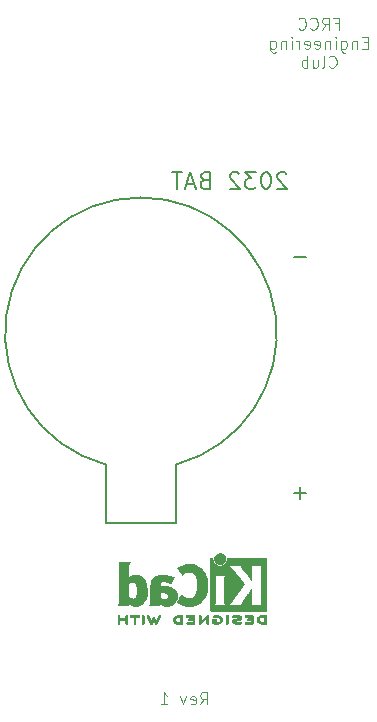
<source format=gbr>
%TF.GenerationSoftware,KiCad,Pcbnew,9.0.7*%
%TF.CreationDate,2026-01-21T21:34:25-07:00*%
%TF.ProjectId,WolfPCB,576f6c66-5043-4422-9e6b-696361645f70,1*%
%TF.SameCoordinates,Original*%
%TF.FileFunction,Legend,Bot*%
%TF.FilePolarity,Positive*%
%FSLAX46Y46*%
G04 Gerber Fmt 4.6, Leading zero omitted, Abs format (unit mm)*
G04 Created by KiCad (PCBNEW 9.0.7) date 2026-01-21 21:34:25*
%MOMM*%
%LPD*%
G01*
G04 APERTURE LIST*
%ADD10C,0.100000*%
%ADD11C,0.150000*%
%ADD12C,0.010000*%
%ADD13C,0.127000*%
G04 APERTURE END LIST*
D10*
X163257142Y-75229721D02*
X163590475Y-75229721D01*
X163590475Y-75753531D02*
X163590475Y-74753531D01*
X163590475Y-74753531D02*
X163114285Y-74753531D01*
X162161904Y-75753531D02*
X162495237Y-75277340D01*
X162733332Y-75753531D02*
X162733332Y-74753531D01*
X162733332Y-74753531D02*
X162352380Y-74753531D01*
X162352380Y-74753531D02*
X162257142Y-74801150D01*
X162257142Y-74801150D02*
X162209523Y-74848769D01*
X162209523Y-74848769D02*
X162161904Y-74944007D01*
X162161904Y-74944007D02*
X162161904Y-75086864D01*
X162161904Y-75086864D02*
X162209523Y-75182102D01*
X162209523Y-75182102D02*
X162257142Y-75229721D01*
X162257142Y-75229721D02*
X162352380Y-75277340D01*
X162352380Y-75277340D02*
X162733332Y-75277340D01*
X161161904Y-75658292D02*
X161209523Y-75705912D01*
X161209523Y-75705912D02*
X161352380Y-75753531D01*
X161352380Y-75753531D02*
X161447618Y-75753531D01*
X161447618Y-75753531D02*
X161590475Y-75705912D01*
X161590475Y-75705912D02*
X161685713Y-75610673D01*
X161685713Y-75610673D02*
X161733332Y-75515435D01*
X161733332Y-75515435D02*
X161780951Y-75324959D01*
X161780951Y-75324959D02*
X161780951Y-75182102D01*
X161780951Y-75182102D02*
X161733332Y-74991626D01*
X161733332Y-74991626D02*
X161685713Y-74896388D01*
X161685713Y-74896388D02*
X161590475Y-74801150D01*
X161590475Y-74801150D02*
X161447618Y-74753531D01*
X161447618Y-74753531D02*
X161352380Y-74753531D01*
X161352380Y-74753531D02*
X161209523Y-74801150D01*
X161209523Y-74801150D02*
X161161904Y-74848769D01*
X160161904Y-75658292D02*
X160209523Y-75705912D01*
X160209523Y-75705912D02*
X160352380Y-75753531D01*
X160352380Y-75753531D02*
X160447618Y-75753531D01*
X160447618Y-75753531D02*
X160590475Y-75705912D01*
X160590475Y-75705912D02*
X160685713Y-75610673D01*
X160685713Y-75610673D02*
X160733332Y-75515435D01*
X160733332Y-75515435D02*
X160780951Y-75324959D01*
X160780951Y-75324959D02*
X160780951Y-75182102D01*
X160780951Y-75182102D02*
X160733332Y-74991626D01*
X160733332Y-74991626D02*
X160685713Y-74896388D01*
X160685713Y-74896388D02*
X160590475Y-74801150D01*
X160590475Y-74801150D02*
X160447618Y-74753531D01*
X160447618Y-74753531D02*
X160352380Y-74753531D01*
X160352380Y-74753531D02*
X160209523Y-74801150D01*
X160209523Y-74801150D02*
X160161904Y-74848769D01*
X166019047Y-76839665D02*
X165685714Y-76839665D01*
X165542857Y-77363475D02*
X166019047Y-77363475D01*
X166019047Y-77363475D02*
X166019047Y-76363475D01*
X166019047Y-76363475D02*
X165542857Y-76363475D01*
X165114285Y-76696808D02*
X165114285Y-77363475D01*
X165114285Y-76792046D02*
X165066666Y-76744427D01*
X165066666Y-76744427D02*
X164971428Y-76696808D01*
X164971428Y-76696808D02*
X164828571Y-76696808D01*
X164828571Y-76696808D02*
X164733333Y-76744427D01*
X164733333Y-76744427D02*
X164685714Y-76839665D01*
X164685714Y-76839665D02*
X164685714Y-77363475D01*
X163780952Y-76696808D02*
X163780952Y-77506332D01*
X163780952Y-77506332D02*
X163828571Y-77601570D01*
X163828571Y-77601570D02*
X163876190Y-77649189D01*
X163876190Y-77649189D02*
X163971428Y-77696808D01*
X163971428Y-77696808D02*
X164114285Y-77696808D01*
X164114285Y-77696808D02*
X164209523Y-77649189D01*
X163780952Y-77315856D02*
X163876190Y-77363475D01*
X163876190Y-77363475D02*
X164066666Y-77363475D01*
X164066666Y-77363475D02*
X164161904Y-77315856D01*
X164161904Y-77315856D02*
X164209523Y-77268236D01*
X164209523Y-77268236D02*
X164257142Y-77172998D01*
X164257142Y-77172998D02*
X164257142Y-76887284D01*
X164257142Y-76887284D02*
X164209523Y-76792046D01*
X164209523Y-76792046D02*
X164161904Y-76744427D01*
X164161904Y-76744427D02*
X164066666Y-76696808D01*
X164066666Y-76696808D02*
X163876190Y-76696808D01*
X163876190Y-76696808D02*
X163780952Y-76744427D01*
X163304761Y-77363475D02*
X163304761Y-76696808D01*
X163304761Y-76363475D02*
X163352380Y-76411094D01*
X163352380Y-76411094D02*
X163304761Y-76458713D01*
X163304761Y-76458713D02*
X163257142Y-76411094D01*
X163257142Y-76411094D02*
X163304761Y-76363475D01*
X163304761Y-76363475D02*
X163304761Y-76458713D01*
X162828571Y-76696808D02*
X162828571Y-77363475D01*
X162828571Y-76792046D02*
X162780952Y-76744427D01*
X162780952Y-76744427D02*
X162685714Y-76696808D01*
X162685714Y-76696808D02*
X162542857Y-76696808D01*
X162542857Y-76696808D02*
X162447619Y-76744427D01*
X162447619Y-76744427D02*
X162400000Y-76839665D01*
X162400000Y-76839665D02*
X162400000Y-77363475D01*
X161542857Y-77315856D02*
X161638095Y-77363475D01*
X161638095Y-77363475D02*
X161828571Y-77363475D01*
X161828571Y-77363475D02*
X161923809Y-77315856D01*
X161923809Y-77315856D02*
X161971428Y-77220617D01*
X161971428Y-77220617D02*
X161971428Y-76839665D01*
X161971428Y-76839665D02*
X161923809Y-76744427D01*
X161923809Y-76744427D02*
X161828571Y-76696808D01*
X161828571Y-76696808D02*
X161638095Y-76696808D01*
X161638095Y-76696808D02*
X161542857Y-76744427D01*
X161542857Y-76744427D02*
X161495238Y-76839665D01*
X161495238Y-76839665D02*
X161495238Y-76934903D01*
X161495238Y-76934903D02*
X161971428Y-77030141D01*
X160685714Y-77315856D02*
X160780952Y-77363475D01*
X160780952Y-77363475D02*
X160971428Y-77363475D01*
X160971428Y-77363475D02*
X161066666Y-77315856D01*
X161066666Y-77315856D02*
X161114285Y-77220617D01*
X161114285Y-77220617D02*
X161114285Y-76839665D01*
X161114285Y-76839665D02*
X161066666Y-76744427D01*
X161066666Y-76744427D02*
X160971428Y-76696808D01*
X160971428Y-76696808D02*
X160780952Y-76696808D01*
X160780952Y-76696808D02*
X160685714Y-76744427D01*
X160685714Y-76744427D02*
X160638095Y-76839665D01*
X160638095Y-76839665D02*
X160638095Y-76934903D01*
X160638095Y-76934903D02*
X161114285Y-77030141D01*
X160209523Y-77363475D02*
X160209523Y-76696808D01*
X160209523Y-76887284D02*
X160161904Y-76792046D01*
X160161904Y-76792046D02*
X160114285Y-76744427D01*
X160114285Y-76744427D02*
X160019047Y-76696808D01*
X160019047Y-76696808D02*
X159923809Y-76696808D01*
X159590475Y-77363475D02*
X159590475Y-76696808D01*
X159590475Y-76363475D02*
X159638094Y-76411094D01*
X159638094Y-76411094D02*
X159590475Y-76458713D01*
X159590475Y-76458713D02*
X159542856Y-76411094D01*
X159542856Y-76411094D02*
X159590475Y-76363475D01*
X159590475Y-76363475D02*
X159590475Y-76458713D01*
X159114285Y-76696808D02*
X159114285Y-77363475D01*
X159114285Y-76792046D02*
X159066666Y-76744427D01*
X159066666Y-76744427D02*
X158971428Y-76696808D01*
X158971428Y-76696808D02*
X158828571Y-76696808D01*
X158828571Y-76696808D02*
X158733333Y-76744427D01*
X158733333Y-76744427D02*
X158685714Y-76839665D01*
X158685714Y-76839665D02*
X158685714Y-77363475D01*
X157780952Y-76696808D02*
X157780952Y-77506332D01*
X157780952Y-77506332D02*
X157828571Y-77601570D01*
X157828571Y-77601570D02*
X157876190Y-77649189D01*
X157876190Y-77649189D02*
X157971428Y-77696808D01*
X157971428Y-77696808D02*
X158114285Y-77696808D01*
X158114285Y-77696808D02*
X158209523Y-77649189D01*
X157780952Y-77315856D02*
X157876190Y-77363475D01*
X157876190Y-77363475D02*
X158066666Y-77363475D01*
X158066666Y-77363475D02*
X158161904Y-77315856D01*
X158161904Y-77315856D02*
X158209523Y-77268236D01*
X158209523Y-77268236D02*
X158257142Y-77172998D01*
X158257142Y-77172998D02*
X158257142Y-76887284D01*
X158257142Y-76887284D02*
X158209523Y-76792046D01*
X158209523Y-76792046D02*
X158161904Y-76744427D01*
X158161904Y-76744427D02*
X158066666Y-76696808D01*
X158066666Y-76696808D02*
X157876190Y-76696808D01*
X157876190Y-76696808D02*
X157780952Y-76744427D01*
X162757143Y-78878180D02*
X162804762Y-78925800D01*
X162804762Y-78925800D02*
X162947619Y-78973419D01*
X162947619Y-78973419D02*
X163042857Y-78973419D01*
X163042857Y-78973419D02*
X163185714Y-78925800D01*
X163185714Y-78925800D02*
X163280952Y-78830561D01*
X163280952Y-78830561D02*
X163328571Y-78735323D01*
X163328571Y-78735323D02*
X163376190Y-78544847D01*
X163376190Y-78544847D02*
X163376190Y-78401990D01*
X163376190Y-78401990D02*
X163328571Y-78211514D01*
X163328571Y-78211514D02*
X163280952Y-78116276D01*
X163280952Y-78116276D02*
X163185714Y-78021038D01*
X163185714Y-78021038D02*
X163042857Y-77973419D01*
X163042857Y-77973419D02*
X162947619Y-77973419D01*
X162947619Y-77973419D02*
X162804762Y-78021038D01*
X162804762Y-78021038D02*
X162757143Y-78068657D01*
X162185714Y-78973419D02*
X162280952Y-78925800D01*
X162280952Y-78925800D02*
X162328571Y-78830561D01*
X162328571Y-78830561D02*
X162328571Y-77973419D01*
X161376190Y-78306752D02*
X161376190Y-78973419D01*
X161804761Y-78306752D02*
X161804761Y-78830561D01*
X161804761Y-78830561D02*
X161757142Y-78925800D01*
X161757142Y-78925800D02*
X161661904Y-78973419D01*
X161661904Y-78973419D02*
X161519047Y-78973419D01*
X161519047Y-78973419D02*
X161423809Y-78925800D01*
X161423809Y-78925800D02*
X161376190Y-78878180D01*
X160899999Y-78973419D02*
X160899999Y-77973419D01*
X160899999Y-78354371D02*
X160804761Y-78306752D01*
X160804761Y-78306752D02*
X160614285Y-78306752D01*
X160614285Y-78306752D02*
X160519047Y-78354371D01*
X160519047Y-78354371D02*
X160471428Y-78401990D01*
X160471428Y-78401990D02*
X160423809Y-78497228D01*
X160423809Y-78497228D02*
X160423809Y-78782942D01*
X160423809Y-78782942D02*
X160471428Y-78878180D01*
X160471428Y-78878180D02*
X160519047Y-78925800D01*
X160519047Y-78925800D02*
X160614285Y-78973419D01*
X160614285Y-78973419D02*
X160804761Y-78973419D01*
X160804761Y-78973419D02*
X160899999Y-78925800D01*
X151824687Y-132873419D02*
X152158020Y-132397228D01*
X152396115Y-132873419D02*
X152396115Y-131873419D01*
X152396115Y-131873419D02*
X152015163Y-131873419D01*
X152015163Y-131873419D02*
X151919925Y-131921038D01*
X151919925Y-131921038D02*
X151872306Y-131968657D01*
X151872306Y-131968657D02*
X151824687Y-132063895D01*
X151824687Y-132063895D02*
X151824687Y-132206752D01*
X151824687Y-132206752D02*
X151872306Y-132301990D01*
X151872306Y-132301990D02*
X151919925Y-132349609D01*
X151919925Y-132349609D02*
X152015163Y-132397228D01*
X152015163Y-132397228D02*
X152396115Y-132397228D01*
X151015163Y-132825800D02*
X151110401Y-132873419D01*
X151110401Y-132873419D02*
X151300877Y-132873419D01*
X151300877Y-132873419D02*
X151396115Y-132825800D01*
X151396115Y-132825800D02*
X151443734Y-132730561D01*
X151443734Y-132730561D02*
X151443734Y-132349609D01*
X151443734Y-132349609D02*
X151396115Y-132254371D01*
X151396115Y-132254371D02*
X151300877Y-132206752D01*
X151300877Y-132206752D02*
X151110401Y-132206752D01*
X151110401Y-132206752D02*
X151015163Y-132254371D01*
X151015163Y-132254371D02*
X150967544Y-132349609D01*
X150967544Y-132349609D02*
X150967544Y-132444847D01*
X150967544Y-132444847D02*
X151443734Y-132540085D01*
X150634210Y-132206752D02*
X150396115Y-132873419D01*
X150396115Y-132873419D02*
X150158020Y-132206752D01*
X148491353Y-132873419D02*
X149062781Y-132873419D01*
X148777067Y-132873419D02*
X148777067Y-131873419D01*
X148777067Y-131873419D02*
X148872305Y-132016276D01*
X148872305Y-132016276D02*
X148967543Y-132111514D01*
X148967543Y-132111514D02*
X149062781Y-132159133D01*
D11*
X159133666Y-87957200D02*
X159066999Y-87890533D01*
X159066999Y-87890533D02*
X158933666Y-87823866D01*
X158933666Y-87823866D02*
X158600333Y-87823866D01*
X158600333Y-87823866D02*
X158466999Y-87890533D01*
X158466999Y-87890533D02*
X158400333Y-87957200D01*
X158400333Y-87957200D02*
X158333666Y-88090533D01*
X158333666Y-88090533D02*
X158333666Y-88223866D01*
X158333666Y-88223866D02*
X158400333Y-88423866D01*
X158400333Y-88423866D02*
X159200333Y-89223866D01*
X159200333Y-89223866D02*
X158333666Y-89223866D01*
X157467000Y-87823866D02*
X157333666Y-87823866D01*
X157333666Y-87823866D02*
X157200333Y-87890533D01*
X157200333Y-87890533D02*
X157133666Y-87957200D01*
X157133666Y-87957200D02*
X157067000Y-88090533D01*
X157067000Y-88090533D02*
X157000333Y-88357200D01*
X157000333Y-88357200D02*
X157000333Y-88690533D01*
X157000333Y-88690533D02*
X157067000Y-88957200D01*
X157067000Y-88957200D02*
X157133666Y-89090533D01*
X157133666Y-89090533D02*
X157200333Y-89157200D01*
X157200333Y-89157200D02*
X157333666Y-89223866D01*
X157333666Y-89223866D02*
X157467000Y-89223866D01*
X157467000Y-89223866D02*
X157600333Y-89157200D01*
X157600333Y-89157200D02*
X157667000Y-89090533D01*
X157667000Y-89090533D02*
X157733666Y-88957200D01*
X157733666Y-88957200D02*
X157800333Y-88690533D01*
X157800333Y-88690533D02*
X157800333Y-88357200D01*
X157800333Y-88357200D02*
X157733666Y-88090533D01*
X157733666Y-88090533D02*
X157667000Y-87957200D01*
X157667000Y-87957200D02*
X157600333Y-87890533D01*
X157600333Y-87890533D02*
X157467000Y-87823866D01*
X156533667Y-87823866D02*
X155667000Y-87823866D01*
X155667000Y-87823866D02*
X156133667Y-88357200D01*
X156133667Y-88357200D02*
X155933667Y-88357200D01*
X155933667Y-88357200D02*
X155800333Y-88423866D01*
X155800333Y-88423866D02*
X155733667Y-88490533D01*
X155733667Y-88490533D02*
X155667000Y-88623866D01*
X155667000Y-88623866D02*
X155667000Y-88957200D01*
X155667000Y-88957200D02*
X155733667Y-89090533D01*
X155733667Y-89090533D02*
X155800333Y-89157200D01*
X155800333Y-89157200D02*
X155933667Y-89223866D01*
X155933667Y-89223866D02*
X156333667Y-89223866D01*
X156333667Y-89223866D02*
X156467000Y-89157200D01*
X156467000Y-89157200D02*
X156533667Y-89090533D01*
X155133667Y-87957200D02*
X155067000Y-87890533D01*
X155067000Y-87890533D02*
X154933667Y-87823866D01*
X154933667Y-87823866D02*
X154600334Y-87823866D01*
X154600334Y-87823866D02*
X154467000Y-87890533D01*
X154467000Y-87890533D02*
X154400334Y-87957200D01*
X154400334Y-87957200D02*
X154333667Y-88090533D01*
X154333667Y-88090533D02*
X154333667Y-88223866D01*
X154333667Y-88223866D02*
X154400334Y-88423866D01*
X154400334Y-88423866D02*
X155200334Y-89223866D01*
X155200334Y-89223866D02*
X154333667Y-89223866D01*
X152200334Y-88490533D02*
X152000334Y-88557200D01*
X152000334Y-88557200D02*
X151933667Y-88623866D01*
X151933667Y-88623866D02*
X151867000Y-88757200D01*
X151867000Y-88757200D02*
X151867000Y-88957200D01*
X151867000Y-88957200D02*
X151933667Y-89090533D01*
X151933667Y-89090533D02*
X152000334Y-89157200D01*
X152000334Y-89157200D02*
X152133667Y-89223866D01*
X152133667Y-89223866D02*
X152667000Y-89223866D01*
X152667000Y-89223866D02*
X152667000Y-87823866D01*
X152667000Y-87823866D02*
X152200334Y-87823866D01*
X152200334Y-87823866D02*
X152067000Y-87890533D01*
X152067000Y-87890533D02*
X152000334Y-87957200D01*
X152000334Y-87957200D02*
X151933667Y-88090533D01*
X151933667Y-88090533D02*
X151933667Y-88223866D01*
X151933667Y-88223866D02*
X152000334Y-88357200D01*
X152000334Y-88357200D02*
X152067000Y-88423866D01*
X152067000Y-88423866D02*
X152200334Y-88490533D01*
X152200334Y-88490533D02*
X152667000Y-88490533D01*
X151333667Y-88823866D02*
X150667000Y-88823866D01*
X151467000Y-89223866D02*
X151000334Y-87823866D01*
X151000334Y-87823866D02*
X150533667Y-89223866D01*
X150267000Y-87823866D02*
X149467000Y-87823866D01*
X149867000Y-89223866D02*
X149867000Y-87823866D01*
D12*
%TO.C,REF\u002A\u002A*%
X146985406Y-125337949D02*
X147011127Y-125353647D01*
X147037778Y-125375227D01*
X147037778Y-126022684D01*
X147011127Y-126044264D01*
X146979767Y-126061739D01*
X146943966Y-126062575D01*
X146912528Y-126042082D01*
X146908652Y-126037416D01*
X146903186Y-126027949D01*
X146898979Y-126014267D01*
X146895867Y-125993748D01*
X146893687Y-125963768D01*
X146892276Y-125921704D01*
X146891471Y-125864932D01*
X146891107Y-125790830D01*
X146891022Y-125696773D01*
X146891022Y-125375227D01*
X146917673Y-125353647D01*
X146941386Y-125338877D01*
X146964400Y-125332067D01*
X146985406Y-125337949D01*
G36*
X146985406Y-125337949D02*
G01*
X147011127Y-125353647D01*
X147037778Y-125375227D01*
X147037778Y-126022684D01*
X147011127Y-126044264D01*
X146979767Y-126061739D01*
X146943966Y-126062575D01*
X146912528Y-126042082D01*
X146908652Y-126037416D01*
X146903186Y-126027949D01*
X146898979Y-126014267D01*
X146895867Y-125993748D01*
X146893687Y-125963768D01*
X146892276Y-125921704D01*
X146891471Y-125864932D01*
X146891107Y-125790830D01*
X146891022Y-125696773D01*
X146891022Y-125375227D01*
X146917673Y-125353647D01*
X146941386Y-125338877D01*
X146964400Y-125332067D01*
X146985406Y-125337949D01*
G37*
X154116137Y-125336463D02*
X154150291Y-125359776D01*
X154178000Y-125387485D01*
X154178000Y-125700537D01*
X154177959Y-125784567D01*
X154177701Y-125858789D01*
X154177030Y-125915541D01*
X154175752Y-125957512D01*
X154173673Y-125987389D01*
X154170599Y-126007861D01*
X154166334Y-126021614D01*
X154160684Y-126031337D01*
X154153455Y-126039717D01*
X154121991Y-126061181D01*
X154086826Y-126062947D01*
X154053822Y-126043267D01*
X154048516Y-126037398D01*
X154043066Y-126028314D01*
X154038900Y-126014973D01*
X154035846Y-125994757D01*
X154033732Y-125965049D01*
X154032386Y-125923232D01*
X154031638Y-125866689D01*
X154031314Y-125792802D01*
X154031245Y-125698956D01*
X154031284Y-125623294D01*
X154031539Y-125545385D01*
X154032183Y-125485375D01*
X154033387Y-125440648D01*
X154035324Y-125408585D01*
X154038164Y-125386571D01*
X154042079Y-125371987D01*
X154047242Y-125362218D01*
X154053822Y-125354645D01*
X154083006Y-125335623D01*
X154116137Y-125336463D01*
G36*
X154116137Y-125336463D02*
G01*
X154150291Y-125359776D01*
X154178000Y-125387485D01*
X154178000Y-125700537D01*
X154177959Y-125784567D01*
X154177701Y-125858789D01*
X154177030Y-125915541D01*
X154175752Y-125957512D01*
X154173673Y-125987389D01*
X154170599Y-126007861D01*
X154166334Y-126021614D01*
X154160684Y-126031337D01*
X154153455Y-126039717D01*
X154121991Y-126061181D01*
X154086826Y-126062947D01*
X154053822Y-126043267D01*
X154048516Y-126037398D01*
X154043066Y-126028314D01*
X154038900Y-126014973D01*
X154035846Y-125994757D01*
X154033732Y-125965049D01*
X154032386Y-125923232D01*
X154031638Y-125866689D01*
X154031314Y-125792802D01*
X154031245Y-125698956D01*
X154031284Y-125623294D01*
X154031539Y-125545385D01*
X154032183Y-125485375D01*
X154033387Y-125440648D01*
X154035324Y-125408585D01*
X154038164Y-125386571D01*
X154042079Y-125371987D01*
X154047242Y-125362218D01*
X154053822Y-125354645D01*
X154083006Y-125335623D01*
X154116137Y-125336463D01*
G37*
X153584562Y-120095850D02*
X153667313Y-120123053D01*
X153742406Y-120168484D01*
X153814298Y-120234302D01*
X153852846Y-120278567D01*
X153892256Y-120336961D01*
X153917446Y-120397586D01*
X153930861Y-120466865D01*
X153934948Y-120551222D01*
X153934669Y-120597307D01*
X153932460Y-120638450D01*
X153926894Y-120670582D01*
X153916586Y-120701122D01*
X153900148Y-120737489D01*
X153886200Y-120764728D01*
X153827665Y-120850429D01*
X153755619Y-120919617D01*
X153671947Y-120970741D01*
X153578531Y-121002250D01*
X153545434Y-121009225D01*
X153504960Y-121016094D01*
X153471999Y-121017919D01*
X153437698Y-121014947D01*
X153393200Y-121007426D01*
X153341934Y-120995002D01*
X153251434Y-120957112D01*
X153172345Y-120902836D01*
X153106528Y-120834770D01*
X153055840Y-120755511D01*
X153022140Y-120667654D01*
X153007286Y-120573795D01*
X153013136Y-120476530D01*
X153039399Y-120380220D01*
X153084418Y-120291494D01*
X153145373Y-120216419D01*
X153220184Y-120156641D01*
X153306768Y-120113809D01*
X153403043Y-120089571D01*
X153506928Y-120085576D01*
X153584562Y-120095850D01*
G36*
X153584562Y-120095850D02*
G01*
X153667313Y-120123053D01*
X153742406Y-120168484D01*
X153814298Y-120234302D01*
X153852846Y-120278567D01*
X153892256Y-120336961D01*
X153917446Y-120397586D01*
X153930861Y-120466865D01*
X153934948Y-120551222D01*
X153934669Y-120597307D01*
X153932460Y-120638450D01*
X153926894Y-120670582D01*
X153916586Y-120701122D01*
X153900148Y-120737489D01*
X153886200Y-120764728D01*
X153827665Y-120850429D01*
X153755619Y-120919617D01*
X153671947Y-120970741D01*
X153578531Y-121002250D01*
X153545434Y-121009225D01*
X153504960Y-121016094D01*
X153471999Y-121017919D01*
X153437698Y-121014947D01*
X153393200Y-121007426D01*
X153341934Y-120995002D01*
X153251434Y-120957112D01*
X153172345Y-120902836D01*
X153106528Y-120834770D01*
X153055840Y-120755511D01*
X153022140Y-120667654D01*
X153007286Y-120573795D01*
X153013136Y-120476530D01*
X153039399Y-120380220D01*
X153084418Y-120291494D01*
X153145373Y-120216419D01*
X153220184Y-120156641D01*
X153306768Y-120113809D01*
X153403043Y-120089571D01*
X153506928Y-120085576D01*
X153584562Y-120095850D01*
G37*
X146285767Y-125332068D02*
X146379890Y-125332158D01*
X146454405Y-125332498D01*
X146511811Y-125333239D01*
X146554611Y-125334535D01*
X146585304Y-125336537D01*
X146606391Y-125339396D01*
X146620373Y-125343266D01*
X146629750Y-125348298D01*
X146637022Y-125354645D01*
X146655828Y-125387362D01*
X146657275Y-125424939D01*
X146640917Y-125458178D01*
X146639557Y-125459631D01*
X146628354Y-125467992D01*
X146611252Y-125473547D01*
X146584082Y-125476840D01*
X146542678Y-125478418D01*
X146482873Y-125478822D01*
X146343511Y-125478822D01*
X146343511Y-125742589D01*
X146343436Y-125818417D01*
X146343028Y-125885083D01*
X146342046Y-125934867D01*
X146340250Y-125970784D01*
X146337399Y-125995850D01*
X146333253Y-126013081D01*
X146327571Y-126025492D01*
X146320114Y-126036100D01*
X146317824Y-126038906D01*
X146286646Y-126061548D01*
X146252266Y-126063112D01*
X146219334Y-126043267D01*
X146212355Y-126035191D01*
X146206883Y-126024593D01*
X146202863Y-126008749D01*
X146200072Y-125984773D01*
X146198288Y-125949774D01*
X146197289Y-125900864D01*
X146196852Y-125835154D01*
X146196756Y-125749756D01*
X146196756Y-125478822D01*
X146050820Y-125478822D01*
X146039720Y-125478821D01*
X145983202Y-125478596D01*
X145944358Y-125477457D01*
X145918965Y-125474657D01*
X145902804Y-125469450D01*
X145891652Y-125461089D01*
X145881289Y-125448826D01*
X145865441Y-125418138D01*
X145868543Y-125384358D01*
X145894187Y-125351822D01*
X145899129Y-125348105D01*
X145909338Y-125343269D01*
X145924764Y-125339506D01*
X145947886Y-125336683D01*
X145981183Y-125334670D01*
X146027137Y-125333333D01*
X146088228Y-125332542D01*
X146166935Y-125332163D01*
X146265740Y-125332067D01*
X146285767Y-125332068D01*
G36*
X146285767Y-125332068D02*
G01*
X146379890Y-125332158D01*
X146454405Y-125332498D01*
X146511811Y-125333239D01*
X146554611Y-125334535D01*
X146585304Y-125336537D01*
X146606391Y-125339396D01*
X146620373Y-125343266D01*
X146629750Y-125348298D01*
X146637022Y-125354645D01*
X146655828Y-125387362D01*
X146657275Y-125424939D01*
X146640917Y-125458178D01*
X146639557Y-125459631D01*
X146628354Y-125467992D01*
X146611252Y-125473547D01*
X146584082Y-125476840D01*
X146542678Y-125478418D01*
X146482873Y-125478822D01*
X146343511Y-125478822D01*
X146343511Y-125742589D01*
X146343436Y-125818417D01*
X146343028Y-125885083D01*
X146342046Y-125934867D01*
X146340250Y-125970784D01*
X146337399Y-125995850D01*
X146333253Y-126013081D01*
X146327571Y-126025492D01*
X146320114Y-126036100D01*
X146317824Y-126038906D01*
X146286646Y-126061548D01*
X146252266Y-126063112D01*
X146219334Y-126043267D01*
X146212355Y-126035191D01*
X146206883Y-126024593D01*
X146202863Y-126008749D01*
X146200072Y-125984773D01*
X146198288Y-125949774D01*
X146197289Y-125900864D01*
X146196852Y-125835154D01*
X146196756Y-125749756D01*
X146196756Y-125478822D01*
X146050820Y-125478822D01*
X146039720Y-125478821D01*
X145983202Y-125478596D01*
X145944358Y-125477457D01*
X145918965Y-125474657D01*
X145902804Y-125469450D01*
X145891652Y-125461089D01*
X145881289Y-125448826D01*
X145865441Y-125418138D01*
X145868543Y-125384358D01*
X145894187Y-125351822D01*
X145899129Y-125348105D01*
X145909338Y-125343269D01*
X145924764Y-125339506D01*
X145947886Y-125336683D01*
X145981183Y-125334670D01*
X146027137Y-125333333D01*
X146088228Y-125332542D01*
X146166935Y-125332163D01*
X146265740Y-125332067D01*
X146285767Y-125332068D01*
G37*
X145609734Y-125354645D02*
X145615366Y-125360835D01*
X145620456Y-125369041D01*
X145624543Y-125380817D01*
X145627721Y-125398276D01*
X145630087Y-125423530D01*
X145631738Y-125458690D01*
X145632769Y-125505869D01*
X145633277Y-125567177D01*
X145633359Y-125644727D01*
X145633109Y-125740631D01*
X145632625Y-125857000D01*
X145632557Y-125871175D01*
X145631971Y-125932937D01*
X145630648Y-125976620D01*
X145628103Y-126006001D01*
X145623848Y-126024855D01*
X145617396Y-126036959D01*
X145608262Y-126046089D01*
X145574804Y-126063506D01*
X145539856Y-126060604D01*
X145508953Y-126036100D01*
X145499944Y-126022897D01*
X145492492Y-126004361D01*
X145488124Y-125978333D01*
X145486069Y-125939787D01*
X145485556Y-125883700D01*
X145485556Y-125761045D01*
X144988845Y-125761045D01*
X144988845Y-125895871D01*
X144988772Y-125931662D01*
X144988009Y-125977992D01*
X144985833Y-126008526D01*
X144981536Y-126027557D01*
X144974412Y-126039374D01*
X144963755Y-126048271D01*
X144931504Y-126063341D01*
X144896217Y-126060673D01*
X144865486Y-126036100D01*
X144860831Y-126029845D01*
X144854895Y-126019321D01*
X144850364Y-126005391D01*
X144847048Y-125985317D01*
X144844759Y-125956360D01*
X144843308Y-125915780D01*
X144842505Y-125860840D01*
X144842162Y-125788799D01*
X144842089Y-125696920D01*
X144842089Y-125387485D01*
X144869798Y-125359776D01*
X144901177Y-125337533D01*
X144934406Y-125334844D01*
X144966267Y-125354645D01*
X144974553Y-125364415D01*
X144981965Y-125380307D01*
X144986302Y-125404275D01*
X144988338Y-125441148D01*
X144988845Y-125495756D01*
X144988845Y-125614289D01*
X145485556Y-125614289D01*
X145485556Y-125498776D01*
X145485994Y-125447078D01*
X145487958Y-125412554D01*
X145492474Y-125389978D01*
X145500567Y-125374126D01*
X145513265Y-125359776D01*
X145544643Y-125337533D01*
X145577872Y-125334844D01*
X145609734Y-125354645D01*
G36*
X145609734Y-125354645D02*
G01*
X145615366Y-125360835D01*
X145620456Y-125369041D01*
X145624543Y-125380817D01*
X145627721Y-125398276D01*
X145630087Y-125423530D01*
X145631738Y-125458690D01*
X145632769Y-125505869D01*
X145633277Y-125567177D01*
X145633359Y-125644727D01*
X145633109Y-125740631D01*
X145632625Y-125857000D01*
X145632557Y-125871175D01*
X145631971Y-125932937D01*
X145630648Y-125976620D01*
X145628103Y-126006001D01*
X145623848Y-126024855D01*
X145617396Y-126036959D01*
X145608262Y-126046089D01*
X145574804Y-126063506D01*
X145539856Y-126060604D01*
X145508953Y-126036100D01*
X145499944Y-126022897D01*
X145492492Y-126004361D01*
X145488124Y-125978333D01*
X145486069Y-125939787D01*
X145485556Y-125883700D01*
X145485556Y-125761045D01*
X144988845Y-125761045D01*
X144988845Y-125895871D01*
X144988772Y-125931662D01*
X144988009Y-125977992D01*
X144985833Y-126008526D01*
X144981536Y-126027557D01*
X144974412Y-126039374D01*
X144963755Y-126048271D01*
X144931504Y-126063341D01*
X144896217Y-126060673D01*
X144865486Y-126036100D01*
X144860831Y-126029845D01*
X144854895Y-126019321D01*
X144850364Y-126005391D01*
X144847048Y-125985317D01*
X144844759Y-125956360D01*
X144843308Y-125915780D01*
X144842505Y-125860840D01*
X144842162Y-125788799D01*
X144842089Y-125696920D01*
X144842089Y-125387485D01*
X144869798Y-125359776D01*
X144901177Y-125337533D01*
X144934406Y-125334844D01*
X144966267Y-125354645D01*
X144974553Y-125364415D01*
X144981965Y-125380307D01*
X144986302Y-125404275D01*
X144988338Y-125441148D01*
X144988845Y-125495756D01*
X144988845Y-125614289D01*
X145485556Y-125614289D01*
X145485556Y-125498776D01*
X145485994Y-125447078D01*
X145487958Y-125412554D01*
X145492474Y-125389978D01*
X145500567Y-125374126D01*
X145513265Y-125359776D01*
X145544643Y-125337533D01*
X145577872Y-125334844D01*
X145609734Y-125354645D01*
G37*
X150315133Y-125943396D02*
X150313163Y-125976175D01*
X150310235Y-125999095D01*
X150306158Y-126014897D01*
X150300743Y-126026319D01*
X150293803Y-126036100D01*
X150270406Y-126065845D01*
X150104714Y-126065251D01*
X150069918Y-126064953D01*
X149971435Y-126061522D01*
X149890473Y-126053839D01*
X149823379Y-126041282D01*
X149766496Y-126023227D01*
X149716169Y-125999052D01*
X149712810Y-125997135D01*
X149654998Y-125960417D01*
X149612644Y-125923451D01*
X149579828Y-125879966D01*
X149550628Y-125823689D01*
X149546346Y-125814073D01*
X149523769Y-125750887D01*
X149518034Y-125705333D01*
X149667279Y-125705333D01*
X149672892Y-125730061D01*
X149678618Y-125745939D01*
X149711548Y-125805847D01*
X149758886Y-125851600D01*
X149822652Y-125884736D01*
X149904861Y-125906790D01*
X149907655Y-125907292D01*
X149953940Y-125913255D01*
X150010336Y-125917483D01*
X150065274Y-125919089D01*
X150159156Y-125919089D01*
X150159156Y-125478822D01*
X150071667Y-125479270D01*
X150004747Y-125481746D01*
X149912349Y-125492998D01*
X149833034Y-125512537D01*
X149771060Y-125539511D01*
X149740120Y-125560240D01*
X149712000Y-125590006D01*
X149688660Y-125632434D01*
X149681533Y-125648400D01*
X149669709Y-125680902D01*
X149667279Y-125705333D01*
X149518034Y-125705333D01*
X149516797Y-125695509D01*
X149525399Y-125640483D01*
X149549541Y-125578351D01*
X149550337Y-125576658D01*
X149590788Y-125507236D01*
X149641473Y-125450638D01*
X149704198Y-125406070D01*
X149780774Y-125372741D01*
X149873009Y-125349861D01*
X149982712Y-125336636D01*
X150111691Y-125332275D01*
X150115263Y-125332270D01*
X150175283Y-125332410D01*
X150217214Y-125333446D01*
X150245328Y-125336040D01*
X150263897Y-125340853D01*
X150277194Y-125348544D01*
X150289491Y-125359776D01*
X150317200Y-125387485D01*
X150317200Y-125696920D01*
X150317175Y-125758526D01*
X150316950Y-125837311D01*
X150316332Y-125898021D01*
X150315775Y-125919089D01*
X150315133Y-125943396D01*
G36*
X150315133Y-125943396D02*
G01*
X150313163Y-125976175D01*
X150310235Y-125999095D01*
X150306158Y-126014897D01*
X150300743Y-126026319D01*
X150293803Y-126036100D01*
X150270406Y-126065845D01*
X150104714Y-126065251D01*
X150069918Y-126064953D01*
X149971435Y-126061522D01*
X149890473Y-126053839D01*
X149823379Y-126041282D01*
X149766496Y-126023227D01*
X149716169Y-125999052D01*
X149712810Y-125997135D01*
X149654998Y-125960417D01*
X149612644Y-125923451D01*
X149579828Y-125879966D01*
X149550628Y-125823689D01*
X149546346Y-125814073D01*
X149523769Y-125750887D01*
X149518034Y-125705333D01*
X149667279Y-125705333D01*
X149672892Y-125730061D01*
X149678618Y-125745939D01*
X149711548Y-125805847D01*
X149758886Y-125851600D01*
X149822652Y-125884736D01*
X149904861Y-125906790D01*
X149907655Y-125907292D01*
X149953940Y-125913255D01*
X150010336Y-125917483D01*
X150065274Y-125919089D01*
X150159156Y-125919089D01*
X150159156Y-125478822D01*
X150071667Y-125479270D01*
X150004747Y-125481746D01*
X149912349Y-125492998D01*
X149833034Y-125512537D01*
X149771060Y-125539511D01*
X149740120Y-125560240D01*
X149712000Y-125590006D01*
X149688660Y-125632434D01*
X149681533Y-125648400D01*
X149669709Y-125680902D01*
X149667279Y-125705333D01*
X149518034Y-125705333D01*
X149516797Y-125695509D01*
X149525399Y-125640483D01*
X149549541Y-125578351D01*
X149550337Y-125576658D01*
X149590788Y-125507236D01*
X149641473Y-125450638D01*
X149704198Y-125406070D01*
X149780774Y-125372741D01*
X149873009Y-125349861D01*
X149982712Y-125336636D01*
X150111691Y-125332275D01*
X150115263Y-125332270D01*
X150175283Y-125332410D01*
X150217214Y-125333446D01*
X150245328Y-125336040D01*
X150263897Y-125340853D01*
X150277194Y-125348544D01*
X150289491Y-125359776D01*
X150317200Y-125387485D01*
X150317200Y-125696920D01*
X150317175Y-125758526D01*
X150316950Y-125837311D01*
X150316332Y-125898021D01*
X150315775Y-125919089D01*
X150315133Y-125943396D01*
G37*
X157406817Y-125517427D02*
X157406870Y-125598041D01*
X157406622Y-125698956D01*
X157406583Y-125774617D01*
X157406328Y-125852526D01*
X157405684Y-125912536D01*
X157404480Y-125957264D01*
X157402543Y-125989326D01*
X157399703Y-126011340D01*
X157395788Y-126025924D01*
X157390626Y-126035694D01*
X157384045Y-126043267D01*
X157377077Y-126049501D01*
X157364079Y-126056801D01*
X157344931Y-126061554D01*
X157315528Y-126064292D01*
X157271762Y-126065545D01*
X157209528Y-126065845D01*
X157160582Y-126065469D01*
X157053722Y-126061041D01*
X156964494Y-126050953D01*
X156889696Y-126034365D01*
X156826125Y-126010435D01*
X156770579Y-125978321D01*
X156719854Y-125937182D01*
X156713866Y-125931330D01*
X156676999Y-125882821D01*
X156645899Y-125822013D01*
X156624417Y-125757769D01*
X156619136Y-125719026D01*
X156766353Y-125719026D01*
X156784635Y-125769961D01*
X156814305Y-125815878D01*
X156861002Y-125858287D01*
X156922392Y-125888090D01*
X157001538Y-125907226D01*
X157003028Y-125907464D01*
X157051999Y-125913256D01*
X157110693Y-125917396D01*
X157166734Y-125919004D01*
X157259867Y-125919089D01*
X157259867Y-125478822D01*
X157183667Y-125478808D01*
X157180639Y-125478817D01*
X157129519Y-125480782D01*
X157069416Y-125485507D01*
X157012708Y-125492035D01*
X156962750Y-125501331D01*
X156887998Y-125527600D01*
X156830489Y-125566899D01*
X156788988Y-125619933D01*
X156767771Y-125671200D01*
X156766353Y-125719026D01*
X156619136Y-125719026D01*
X156616400Y-125698956D01*
X156617679Y-125677739D01*
X156629991Y-125620323D01*
X156652520Y-125560413D01*
X156681750Y-125506363D01*
X156714167Y-125466532D01*
X156733708Y-125449510D01*
X156788420Y-125410322D01*
X156848723Y-125380193D01*
X156917919Y-125358232D01*
X156999311Y-125343550D01*
X157096200Y-125335259D01*
X157211889Y-125332467D01*
X157251371Y-125332066D01*
X157297082Y-125331653D01*
X157332883Y-125333457D01*
X157359974Y-125339739D01*
X157379556Y-125352759D01*
X157392830Y-125374778D01*
X157400998Y-125408055D01*
X157405260Y-125454851D01*
X157405857Y-125478822D01*
X157406817Y-125517427D01*
G36*
X157406817Y-125517427D02*
G01*
X157406870Y-125598041D01*
X157406622Y-125698956D01*
X157406583Y-125774617D01*
X157406328Y-125852526D01*
X157405684Y-125912536D01*
X157404480Y-125957264D01*
X157402543Y-125989326D01*
X157399703Y-126011340D01*
X157395788Y-126025924D01*
X157390626Y-126035694D01*
X157384045Y-126043267D01*
X157377077Y-126049501D01*
X157364079Y-126056801D01*
X157344931Y-126061554D01*
X157315528Y-126064292D01*
X157271762Y-126065545D01*
X157209528Y-126065845D01*
X157160582Y-126065469D01*
X157053722Y-126061041D01*
X156964494Y-126050953D01*
X156889696Y-126034365D01*
X156826125Y-126010435D01*
X156770579Y-125978321D01*
X156719854Y-125937182D01*
X156713866Y-125931330D01*
X156676999Y-125882821D01*
X156645899Y-125822013D01*
X156624417Y-125757769D01*
X156619136Y-125719026D01*
X156766353Y-125719026D01*
X156784635Y-125769961D01*
X156814305Y-125815878D01*
X156861002Y-125858287D01*
X156922392Y-125888090D01*
X157001538Y-125907226D01*
X157003028Y-125907464D01*
X157051999Y-125913256D01*
X157110693Y-125917396D01*
X157166734Y-125919004D01*
X157259867Y-125919089D01*
X157259867Y-125478822D01*
X157183667Y-125478808D01*
X157180639Y-125478817D01*
X157129519Y-125480782D01*
X157069416Y-125485507D01*
X157012708Y-125492035D01*
X156962750Y-125501331D01*
X156887998Y-125527600D01*
X156830489Y-125566899D01*
X156788988Y-125619933D01*
X156767771Y-125671200D01*
X156766353Y-125719026D01*
X156619136Y-125719026D01*
X156616400Y-125698956D01*
X156617679Y-125677739D01*
X156629991Y-125620323D01*
X156652520Y-125560413D01*
X156681750Y-125506363D01*
X156714167Y-125466532D01*
X156733708Y-125449510D01*
X156788420Y-125410322D01*
X156848723Y-125380193D01*
X156917919Y-125358232D01*
X156999311Y-125343550D01*
X157096200Y-125335259D01*
X157211889Y-125332467D01*
X157251371Y-125332066D01*
X157297082Y-125331653D01*
X157332883Y-125333457D01*
X157359974Y-125339739D01*
X157379556Y-125352759D01*
X157392830Y-125374778D01*
X157400998Y-125408055D01*
X157405260Y-125454851D01*
X157405857Y-125478822D01*
X157406817Y-125517427D01*
G37*
X152461893Y-125330892D02*
X152473301Y-125337029D01*
X152483850Y-125347691D01*
X152495136Y-125361811D01*
X152499589Y-125367772D01*
X152505588Y-125378268D01*
X152510167Y-125392093D01*
X152513519Y-125411998D01*
X152515833Y-125440732D01*
X152517301Y-125481045D01*
X152518113Y-125535687D01*
X152518460Y-125607407D01*
X152518534Y-125698956D01*
X152518511Y-125757486D01*
X152518292Y-125836573D01*
X152517683Y-125897516D01*
X152516492Y-125943062D01*
X152514529Y-125975963D01*
X152511603Y-125998968D01*
X152507523Y-126014826D01*
X152502097Y-126026286D01*
X152495136Y-126036100D01*
X152464708Y-126060493D01*
X152429765Y-126063372D01*
X152392784Y-126044282D01*
X152388600Y-126040807D01*
X152380424Y-126032279D01*
X152374364Y-126020728D01*
X152369981Y-126002896D01*
X152366839Y-125975524D01*
X152364502Y-125935354D01*
X152362531Y-125879128D01*
X152360489Y-125803589D01*
X152354845Y-125584458D01*
X152089556Y-125825099D01*
X152015722Y-125891875D01*
X151950542Y-125949991D01*
X151898348Y-125994949D01*
X151857273Y-126027871D01*
X151825455Y-126049879D01*
X151801026Y-126062094D01*
X151782124Y-126065639D01*
X151766883Y-126061636D01*
X151753439Y-126051207D01*
X151739927Y-126035474D01*
X151733682Y-126026991D01*
X151728050Y-126016413D01*
X151723839Y-126002255D01*
X151720887Y-125981803D01*
X151719032Y-125952342D01*
X151718113Y-125911161D01*
X151717968Y-125855544D01*
X151718435Y-125782779D01*
X151719352Y-125690151D01*
X151722667Y-125375199D01*
X151749318Y-125353633D01*
X151775383Y-125337441D01*
X151808241Y-125334670D01*
X151842772Y-125353623D01*
X151847084Y-125357208D01*
X151855216Y-125365737D01*
X151861245Y-125377329D01*
X151865606Y-125395235D01*
X151868734Y-125422706D01*
X151871063Y-125462994D01*
X151873029Y-125519351D01*
X151875067Y-125595029D01*
X151880711Y-125814878D01*
X152061334Y-125651084D01*
X152148072Y-125572451D01*
X152223843Y-125504058D01*
X152285980Y-125448708D01*
X152336078Y-125405338D01*
X152375735Y-125372881D01*
X152406548Y-125350273D01*
X152430114Y-125336448D01*
X152448030Y-125330343D01*
X152461893Y-125330892D01*
G36*
X152461893Y-125330892D02*
G01*
X152473301Y-125337029D01*
X152483850Y-125347691D01*
X152495136Y-125361811D01*
X152499589Y-125367772D01*
X152505588Y-125378268D01*
X152510167Y-125392093D01*
X152513519Y-125411998D01*
X152515833Y-125440732D01*
X152517301Y-125481045D01*
X152518113Y-125535687D01*
X152518460Y-125607407D01*
X152518534Y-125698956D01*
X152518511Y-125757486D01*
X152518292Y-125836573D01*
X152517683Y-125897516D01*
X152516492Y-125943062D01*
X152514529Y-125975963D01*
X152511603Y-125998968D01*
X152507523Y-126014826D01*
X152502097Y-126026286D01*
X152495136Y-126036100D01*
X152464708Y-126060493D01*
X152429765Y-126063372D01*
X152392784Y-126044282D01*
X152388600Y-126040807D01*
X152380424Y-126032279D01*
X152374364Y-126020728D01*
X152369981Y-126002896D01*
X152366839Y-125975524D01*
X152364502Y-125935354D01*
X152362531Y-125879128D01*
X152360489Y-125803589D01*
X152354845Y-125584458D01*
X152089556Y-125825099D01*
X152015722Y-125891875D01*
X151950542Y-125949991D01*
X151898348Y-125994949D01*
X151857273Y-126027871D01*
X151825455Y-126049879D01*
X151801026Y-126062094D01*
X151782124Y-126065639D01*
X151766883Y-126061636D01*
X151753439Y-126051207D01*
X151739927Y-126035474D01*
X151733682Y-126026991D01*
X151728050Y-126016413D01*
X151723839Y-126002255D01*
X151720887Y-125981803D01*
X151719032Y-125952342D01*
X151718113Y-125911161D01*
X151717968Y-125855544D01*
X151718435Y-125782779D01*
X151719352Y-125690151D01*
X151722667Y-125375199D01*
X151749318Y-125353633D01*
X151775383Y-125337441D01*
X151808241Y-125334670D01*
X151842772Y-125353623D01*
X151847084Y-125357208D01*
X151855216Y-125365737D01*
X151861245Y-125377329D01*
X151865606Y-125395235D01*
X151868734Y-125422706D01*
X151871063Y-125462994D01*
X151873029Y-125519351D01*
X151875067Y-125595029D01*
X151880711Y-125814878D01*
X152061334Y-125651084D01*
X152148072Y-125572451D01*
X152223843Y-125504058D01*
X152285980Y-125448708D01*
X152336078Y-125405338D01*
X152375735Y-125372881D01*
X152406548Y-125350273D01*
X152430114Y-125336448D01*
X152448030Y-125330343D01*
X152461893Y-125330892D01*
G37*
X153259150Y-125337179D02*
X153365157Y-125353494D01*
X153458969Y-125381545D01*
X153537765Y-125420452D01*
X153598719Y-125469334D01*
X153624789Y-125502195D01*
X153654297Y-125551394D01*
X153679568Y-125605252D01*
X153697218Y-125656419D01*
X153703858Y-125697544D01*
X153702298Y-125717259D01*
X153689357Y-125768592D01*
X153666194Y-125825118D01*
X153636302Y-125879035D01*
X153603173Y-125922539D01*
X153592977Y-125932887D01*
X153525892Y-125984662D01*
X153445766Y-126024554D01*
X153359556Y-126048956D01*
X153304592Y-126057068D01*
X153211139Y-126063673D01*
X153121358Y-126061586D01*
X153038869Y-126051340D01*
X152967286Y-126033470D01*
X152910228Y-126008508D01*
X152871311Y-125976988D01*
X152869936Y-125975012D01*
X152862848Y-125949786D01*
X152858609Y-125902535D01*
X152857200Y-125833071D01*
X152858060Y-125770838D01*
X152862780Y-125723456D01*
X152874470Y-125691353D01*
X152896239Y-125671800D01*
X152931198Y-125662070D01*
X152982456Y-125659433D01*
X153053123Y-125661161D01*
X153101743Y-125664173D01*
X153151939Y-125672366D01*
X153184433Y-125686419D01*
X153201892Y-125707654D01*
X153206983Y-125737394D01*
X153206877Y-125741936D01*
X153198175Y-125776730D01*
X153174165Y-125800147D01*
X153132900Y-125813347D01*
X153072431Y-125817489D01*
X153003956Y-125817489D01*
X153003956Y-125855841D01*
X153004006Y-125864976D01*
X153006227Y-125882227D01*
X153015494Y-125892521D01*
X153036875Y-125899459D01*
X153075436Y-125906641D01*
X153080910Y-125907575D01*
X153177860Y-125917478D01*
X153267852Y-125914559D01*
X153348760Y-125899829D01*
X153418459Y-125874299D01*
X153474824Y-125838978D01*
X153515729Y-125794879D01*
X153539051Y-125743012D01*
X153542663Y-125684388D01*
X153537145Y-125655494D01*
X153510461Y-125599604D01*
X153464273Y-125553945D01*
X153399291Y-125519108D01*
X153316229Y-125495690D01*
X153291555Y-125491241D01*
X153202226Y-125480742D01*
X153122419Y-125481971D01*
X153044326Y-125494906D01*
X153009183Y-125501696D01*
X152963745Y-125502713D01*
X152932430Y-125490182D01*
X152912277Y-125463395D01*
X152905893Y-125435148D01*
X152915379Y-125403924D01*
X152924708Y-125390499D01*
X152958943Y-125366967D01*
X153011565Y-125349095D01*
X153080081Y-125337599D01*
X153162000Y-125333192D01*
X153259150Y-125337179D01*
G36*
X153259150Y-125337179D02*
G01*
X153365157Y-125353494D01*
X153458969Y-125381545D01*
X153537765Y-125420452D01*
X153598719Y-125469334D01*
X153624789Y-125502195D01*
X153654297Y-125551394D01*
X153679568Y-125605252D01*
X153697218Y-125656419D01*
X153703858Y-125697544D01*
X153702298Y-125717259D01*
X153689357Y-125768592D01*
X153666194Y-125825118D01*
X153636302Y-125879035D01*
X153603173Y-125922539D01*
X153592977Y-125932887D01*
X153525892Y-125984662D01*
X153445766Y-126024554D01*
X153359556Y-126048956D01*
X153304592Y-126057068D01*
X153211139Y-126063673D01*
X153121358Y-126061586D01*
X153038869Y-126051340D01*
X152967286Y-126033470D01*
X152910228Y-126008508D01*
X152871311Y-125976988D01*
X152869936Y-125975012D01*
X152862848Y-125949786D01*
X152858609Y-125902535D01*
X152857200Y-125833071D01*
X152858060Y-125770838D01*
X152862780Y-125723456D01*
X152874470Y-125691353D01*
X152896239Y-125671800D01*
X152931198Y-125662070D01*
X152982456Y-125659433D01*
X153053123Y-125661161D01*
X153101743Y-125664173D01*
X153151939Y-125672366D01*
X153184433Y-125686419D01*
X153201892Y-125707654D01*
X153206983Y-125737394D01*
X153206877Y-125741936D01*
X153198175Y-125776730D01*
X153174165Y-125800147D01*
X153132900Y-125813347D01*
X153072431Y-125817489D01*
X153003956Y-125817489D01*
X153003956Y-125855841D01*
X153004006Y-125864976D01*
X153006227Y-125882227D01*
X153015494Y-125892521D01*
X153036875Y-125899459D01*
X153075436Y-125906641D01*
X153080910Y-125907575D01*
X153177860Y-125917478D01*
X153267852Y-125914559D01*
X153348760Y-125899829D01*
X153418459Y-125874299D01*
X153474824Y-125838978D01*
X153515729Y-125794879D01*
X153539051Y-125743012D01*
X153542663Y-125684388D01*
X153537145Y-125655494D01*
X153510461Y-125599604D01*
X153464273Y-125553945D01*
X153399291Y-125519108D01*
X153316229Y-125495690D01*
X153291555Y-125491241D01*
X153202226Y-125480742D01*
X153122419Y-125481971D01*
X153044326Y-125494906D01*
X153009183Y-125501696D01*
X152963745Y-125502713D01*
X152932430Y-125490182D01*
X152912277Y-125463395D01*
X152905893Y-125435148D01*
X152915379Y-125403924D01*
X152924708Y-125390499D01*
X152958943Y-125366967D01*
X153011565Y-125349095D01*
X153080081Y-125337599D01*
X153162000Y-125333192D01*
X153259150Y-125337179D01*
G37*
X151309803Y-125361811D02*
X151314752Y-125368495D01*
X151320596Y-125379066D01*
X151325057Y-125393153D01*
X151328321Y-125413478D01*
X151330574Y-125442765D01*
X151332002Y-125483737D01*
X151332792Y-125539117D01*
X151333129Y-125611628D01*
X151333200Y-125703994D01*
X151333171Y-125769911D01*
X151332939Y-125848228D01*
X151332319Y-125908496D01*
X151331126Y-125953393D01*
X151329179Y-125985602D01*
X151326294Y-126007800D01*
X151322288Y-126022669D01*
X151316979Y-126032889D01*
X151310183Y-126041138D01*
X151305668Y-126045795D01*
X151297438Y-126052282D01*
X151286078Y-126057194D01*
X151268810Y-126060749D01*
X151242855Y-126063167D01*
X151205436Y-126064667D01*
X151153773Y-126065467D01*
X151085089Y-126065787D01*
X150996606Y-126065845D01*
X150976931Y-126065838D01*
X150889906Y-126065572D01*
X150822254Y-126064806D01*
X150771299Y-126063392D01*
X150734367Y-126061180D01*
X150708783Y-126058022D01*
X150691871Y-126053769D01*
X150680957Y-126048271D01*
X150670464Y-126038285D01*
X150657203Y-126007168D01*
X150658386Y-125971280D01*
X150674550Y-125939733D01*
X150676739Y-125937457D01*
X150685427Y-125931189D01*
X150698769Y-125926523D01*
X150719752Y-125923227D01*
X150751363Y-125921068D01*
X150796590Y-125919814D01*
X150858420Y-125919231D01*
X150939839Y-125919089D01*
X151186445Y-125919089D01*
X151186445Y-125761045D01*
X151024006Y-125761045D01*
X150988338Y-125760964D01*
X150932568Y-125760167D01*
X150893430Y-125758162D01*
X150866976Y-125754521D01*
X150849259Y-125748812D01*
X150836329Y-125740607D01*
X150832686Y-125737423D01*
X150814278Y-125706448D01*
X150813644Y-125670112D01*
X150831183Y-125636493D01*
X150831245Y-125636424D01*
X150840916Y-125627798D01*
X150854209Y-125621742D01*
X150874917Y-125617811D01*
X150906828Y-125615556D01*
X150953734Y-125614531D01*
X151019424Y-125614289D01*
X151187571Y-125614289D01*
X151184186Y-125549378D01*
X151180800Y-125484467D01*
X150938723Y-125481414D01*
X150913707Y-125481086D01*
X150832087Y-125479606D01*
X150769768Y-125477222D01*
X150724154Y-125473227D01*
X150692652Y-125466913D01*
X150672667Y-125457574D01*
X150661604Y-125444503D01*
X150656869Y-125426992D01*
X150655867Y-125404335D01*
X150655873Y-125401970D01*
X150657027Y-125381939D01*
X150661824Y-125366146D01*
X150672632Y-125354090D01*
X150691817Y-125345267D01*
X150721745Y-125339175D01*
X150764783Y-125335311D01*
X150823299Y-125333174D01*
X150899657Y-125332260D01*
X150996226Y-125332067D01*
X151286406Y-125332067D01*
X151309803Y-125361811D01*
G36*
X151309803Y-125361811D02*
G01*
X151314752Y-125368495D01*
X151320596Y-125379066D01*
X151325057Y-125393153D01*
X151328321Y-125413478D01*
X151330574Y-125442765D01*
X151332002Y-125483737D01*
X151332792Y-125539117D01*
X151333129Y-125611628D01*
X151333200Y-125703994D01*
X151333171Y-125769911D01*
X151332939Y-125848228D01*
X151332319Y-125908496D01*
X151331126Y-125953393D01*
X151329179Y-125985602D01*
X151326294Y-126007800D01*
X151322288Y-126022669D01*
X151316979Y-126032889D01*
X151310183Y-126041138D01*
X151305668Y-126045795D01*
X151297438Y-126052282D01*
X151286078Y-126057194D01*
X151268810Y-126060749D01*
X151242855Y-126063167D01*
X151205436Y-126064667D01*
X151153773Y-126065467D01*
X151085089Y-126065787D01*
X150996606Y-126065845D01*
X150976931Y-126065838D01*
X150889906Y-126065572D01*
X150822254Y-126064806D01*
X150771299Y-126063392D01*
X150734367Y-126061180D01*
X150708783Y-126058022D01*
X150691871Y-126053769D01*
X150680957Y-126048271D01*
X150670464Y-126038285D01*
X150657203Y-126007168D01*
X150658386Y-125971280D01*
X150674550Y-125939733D01*
X150676739Y-125937457D01*
X150685427Y-125931189D01*
X150698769Y-125926523D01*
X150719752Y-125923227D01*
X150751363Y-125921068D01*
X150796590Y-125919814D01*
X150858420Y-125919231D01*
X150939839Y-125919089D01*
X151186445Y-125919089D01*
X151186445Y-125761045D01*
X151024006Y-125761045D01*
X150988338Y-125760964D01*
X150932568Y-125760167D01*
X150893430Y-125758162D01*
X150866976Y-125754521D01*
X150849259Y-125748812D01*
X150836329Y-125740607D01*
X150832686Y-125737423D01*
X150814278Y-125706448D01*
X150813644Y-125670112D01*
X150831183Y-125636493D01*
X150831245Y-125636424D01*
X150840916Y-125627798D01*
X150854209Y-125621742D01*
X150874917Y-125617811D01*
X150906828Y-125615556D01*
X150953734Y-125614531D01*
X151019424Y-125614289D01*
X151187571Y-125614289D01*
X151184186Y-125549378D01*
X151180800Y-125484467D01*
X150938723Y-125481414D01*
X150913707Y-125481086D01*
X150832087Y-125479606D01*
X150769768Y-125477222D01*
X150724154Y-125473227D01*
X150692652Y-125466913D01*
X150672667Y-125457574D01*
X150661604Y-125444503D01*
X150656869Y-125426992D01*
X150655867Y-125404335D01*
X150655873Y-125401970D01*
X150657027Y-125381939D01*
X150661824Y-125366146D01*
X150672632Y-125354090D01*
X150691817Y-125345267D01*
X150721745Y-125339175D01*
X150764783Y-125335311D01*
X150823299Y-125333174D01*
X150899657Y-125332260D01*
X150996226Y-125332067D01*
X151286406Y-125332067D01*
X151309803Y-125361811D01*
G37*
X155986734Y-125332083D02*
X156063831Y-125332275D01*
X156122777Y-125332860D01*
X156166364Y-125334051D01*
X156197383Y-125336064D01*
X156218625Y-125339112D01*
X156232882Y-125343409D01*
X156242945Y-125349172D01*
X156251606Y-125356612D01*
X156253391Y-125358293D01*
X156260635Y-125365832D01*
X156266277Y-125374850D01*
X156270517Y-125387984D01*
X156273556Y-125407872D01*
X156275594Y-125437151D01*
X156276830Y-125478458D01*
X156277465Y-125534431D01*
X156277700Y-125607707D01*
X156277734Y-125700923D01*
X156277697Y-125773713D01*
X156277448Y-125851889D01*
X156276812Y-125912103D01*
X156275615Y-125956982D01*
X156273684Y-125989152D01*
X156270846Y-126011239D01*
X156266927Y-126025870D01*
X156261755Y-126035670D01*
X156255156Y-126043267D01*
X156251822Y-126046444D01*
X156243300Y-126052554D01*
X156231298Y-126057229D01*
X156213087Y-126060659D01*
X156185940Y-126063036D01*
X156147129Y-126064552D01*
X156093924Y-126065398D01*
X156023598Y-126065765D01*
X155933422Y-126065845D01*
X155891314Y-126065833D01*
X155810167Y-126065651D01*
X155747675Y-126065098D01*
X155701109Y-126063982D01*
X155667741Y-126062113D01*
X155644844Y-126059298D01*
X155629688Y-126055346D01*
X155619546Y-126050066D01*
X155611689Y-126043267D01*
X155596963Y-126021667D01*
X155589111Y-125992467D01*
X155594610Y-125968560D01*
X155611689Y-125941667D01*
X155616668Y-125937059D01*
X155626443Y-125930772D01*
X155640559Y-125926146D01*
X155662054Y-125922930D01*
X155693968Y-125920870D01*
X155739342Y-125919712D01*
X155801213Y-125919202D01*
X155882622Y-125919089D01*
X156130978Y-125919089D01*
X156130978Y-125761045D01*
X155969801Y-125761045D01*
X155933983Y-125760899D01*
X155868359Y-125759176D01*
X155821118Y-125754741D01*
X155789383Y-125746637D01*
X155770277Y-125733906D01*
X155760923Y-125715592D01*
X155758445Y-125690738D01*
X155759242Y-125670482D01*
X155764494Y-125648656D01*
X155777288Y-125633304D01*
X155800628Y-125623309D01*
X155837517Y-125617553D01*
X155890959Y-125614919D01*
X155963958Y-125614289D01*
X156132105Y-125614289D01*
X156128719Y-125549378D01*
X156125334Y-125484467D01*
X155877617Y-125481418D01*
X155815026Y-125480539D01*
X155746565Y-125479095D01*
X155695661Y-125477164D01*
X155659408Y-125474514D01*
X155634901Y-125470910D01*
X155619235Y-125466121D01*
X155609506Y-125459913D01*
X155603491Y-125453510D01*
X155590482Y-125421828D01*
X155594043Y-125386142D01*
X155613818Y-125355084D01*
X155617069Y-125352161D01*
X155626049Y-125345810D01*
X155638153Y-125340957D01*
X155656159Y-125337403D01*
X155682847Y-125334946D01*
X155720997Y-125333385D01*
X155773386Y-125332518D01*
X155842794Y-125332146D01*
X155932001Y-125332067D01*
X155986734Y-125332083D01*
G36*
X155986734Y-125332083D02*
G01*
X156063831Y-125332275D01*
X156122777Y-125332860D01*
X156166364Y-125334051D01*
X156197383Y-125336064D01*
X156218625Y-125339112D01*
X156232882Y-125343409D01*
X156242945Y-125349172D01*
X156251606Y-125356612D01*
X156253391Y-125358293D01*
X156260635Y-125365832D01*
X156266277Y-125374850D01*
X156270517Y-125387984D01*
X156273556Y-125407872D01*
X156275594Y-125437151D01*
X156276830Y-125478458D01*
X156277465Y-125534431D01*
X156277700Y-125607707D01*
X156277734Y-125700923D01*
X156277697Y-125773713D01*
X156277448Y-125851889D01*
X156276812Y-125912103D01*
X156275615Y-125956982D01*
X156273684Y-125989152D01*
X156270846Y-126011239D01*
X156266927Y-126025870D01*
X156261755Y-126035670D01*
X156255156Y-126043267D01*
X156251822Y-126046444D01*
X156243300Y-126052554D01*
X156231298Y-126057229D01*
X156213087Y-126060659D01*
X156185940Y-126063036D01*
X156147129Y-126064552D01*
X156093924Y-126065398D01*
X156023598Y-126065765D01*
X155933422Y-126065845D01*
X155891314Y-126065833D01*
X155810167Y-126065651D01*
X155747675Y-126065098D01*
X155701109Y-126063982D01*
X155667741Y-126062113D01*
X155644844Y-126059298D01*
X155629688Y-126055346D01*
X155619546Y-126050066D01*
X155611689Y-126043267D01*
X155596963Y-126021667D01*
X155589111Y-125992467D01*
X155594610Y-125968560D01*
X155611689Y-125941667D01*
X155616668Y-125937059D01*
X155626443Y-125930772D01*
X155640559Y-125926146D01*
X155662054Y-125922930D01*
X155693968Y-125920870D01*
X155739342Y-125919712D01*
X155801213Y-125919202D01*
X155882622Y-125919089D01*
X156130978Y-125919089D01*
X156130978Y-125761045D01*
X155969801Y-125761045D01*
X155933983Y-125760899D01*
X155868359Y-125759176D01*
X155821118Y-125754741D01*
X155789383Y-125746637D01*
X155770277Y-125733906D01*
X155760923Y-125715592D01*
X155758445Y-125690738D01*
X155759242Y-125670482D01*
X155764494Y-125648656D01*
X155777288Y-125633304D01*
X155800628Y-125623309D01*
X155837517Y-125617553D01*
X155890959Y-125614919D01*
X155963958Y-125614289D01*
X156132105Y-125614289D01*
X156128719Y-125549378D01*
X156125334Y-125484467D01*
X155877617Y-125481418D01*
X155815026Y-125480539D01*
X155746565Y-125479095D01*
X155695661Y-125477164D01*
X155659408Y-125474514D01*
X155634901Y-125470910D01*
X155619235Y-125466121D01*
X155609506Y-125459913D01*
X155603491Y-125453510D01*
X155590482Y-125421828D01*
X155594043Y-125386142D01*
X155613818Y-125355084D01*
X155617069Y-125352161D01*
X155626049Y-125345810D01*
X155638153Y-125340957D01*
X155656159Y-125337403D01*
X155682847Y-125334946D01*
X155720997Y-125333385D01*
X155773386Y-125332518D01*
X155842794Y-125332146D01*
X155932001Y-125332067D01*
X155986734Y-125332083D01*
G37*
X147419702Y-125341478D02*
X147437663Y-125359989D01*
X147458263Y-125391071D01*
X147483095Y-125436756D01*
X147513750Y-125499078D01*
X147551820Y-125580071D01*
X147566454Y-125611454D01*
X147596203Y-125674638D01*
X147622297Y-125729244D01*
X147643292Y-125772290D01*
X147657739Y-125800793D01*
X147664191Y-125811770D01*
X147665550Y-125811189D01*
X147675542Y-125797242D01*
X147692833Y-125767704D01*
X147715430Y-125726087D01*
X147741338Y-125675903D01*
X147757311Y-125644414D01*
X147786261Y-125589061D01*
X147808749Y-125550044D01*
X147826965Y-125524566D01*
X147843096Y-125509831D01*
X147859330Y-125503042D01*
X147877857Y-125501400D01*
X147888360Y-125501875D01*
X147904476Y-125506082D01*
X147919790Y-125516946D01*
X147936388Y-125537219D01*
X147956357Y-125569654D01*
X147981783Y-125617004D01*
X148014752Y-125682022D01*
X148024485Y-125701277D01*
X148048943Y-125747946D01*
X148069178Y-125784109D01*
X148083311Y-125806497D01*
X148089460Y-125811845D01*
X148090827Y-125808573D01*
X148100202Y-125787664D01*
X148117062Y-125750725D01*
X148139979Y-125700874D01*
X148167520Y-125641226D01*
X148198255Y-125574898D01*
X148224970Y-125517677D01*
X148254593Y-125455688D01*
X148277664Y-125409949D01*
X148295643Y-125377908D01*
X148309990Y-125357014D01*
X148322166Y-125344718D01*
X148333632Y-125338466D01*
X148343042Y-125335574D01*
X148368147Y-125335425D01*
X148395290Y-125350768D01*
X148396590Y-125351753D01*
X148418674Y-125374388D01*
X148429723Y-125396613D01*
X148429769Y-125397253D01*
X148425228Y-125414915D01*
X148412364Y-125449481D01*
X148392605Y-125497826D01*
X148367381Y-125556825D01*
X148338119Y-125623355D01*
X148306250Y-125694291D01*
X148273201Y-125766507D01*
X148240401Y-125836880D01*
X148209280Y-125902285D01*
X148181265Y-125959597D01*
X148157786Y-126005692D01*
X148140272Y-126037446D01*
X148130151Y-126051733D01*
X148095743Y-126065102D01*
X148054046Y-126058741D01*
X148048681Y-126054044D01*
X148032852Y-126031893D01*
X148010650Y-125995132D01*
X147984233Y-125947415D01*
X147955760Y-125892393D01*
X147875986Y-125733150D01*
X147802799Y-125879742D01*
X147793103Y-125899032D01*
X147766125Y-125951380D01*
X147742096Y-125996170D01*
X147723332Y-126029154D01*
X147712146Y-126046089D01*
X147711000Y-126047332D01*
X147682879Y-126062619D01*
X147647817Y-126064302D01*
X147616776Y-126051733D01*
X147614350Y-126048884D01*
X147602090Y-126028259D01*
X147582352Y-125990708D01*
X147556448Y-125938880D01*
X147525685Y-125875423D01*
X147491375Y-125802985D01*
X147454825Y-125724216D01*
X147434585Y-125680093D01*
X147397812Y-125599365D01*
X147369355Y-125535687D01*
X147348331Y-125486752D01*
X147333854Y-125450257D01*
X147325039Y-125423895D01*
X147321004Y-125405361D01*
X147320862Y-125392352D01*
X147323730Y-125382561D01*
X147338387Y-125361678D01*
X147364990Y-125341377D01*
X147365745Y-125341035D01*
X147385335Y-125334034D01*
X147402790Y-125333504D01*
X147419702Y-125341478D01*
G36*
X147419702Y-125341478D02*
G01*
X147437663Y-125359989D01*
X147458263Y-125391071D01*
X147483095Y-125436756D01*
X147513750Y-125499078D01*
X147551820Y-125580071D01*
X147566454Y-125611454D01*
X147596203Y-125674638D01*
X147622297Y-125729244D01*
X147643292Y-125772290D01*
X147657739Y-125800793D01*
X147664191Y-125811770D01*
X147665550Y-125811189D01*
X147675542Y-125797242D01*
X147692833Y-125767704D01*
X147715430Y-125726087D01*
X147741338Y-125675903D01*
X147757311Y-125644414D01*
X147786261Y-125589061D01*
X147808749Y-125550044D01*
X147826965Y-125524566D01*
X147843096Y-125509831D01*
X147859330Y-125503042D01*
X147877857Y-125501400D01*
X147888360Y-125501875D01*
X147904476Y-125506082D01*
X147919790Y-125516946D01*
X147936388Y-125537219D01*
X147956357Y-125569654D01*
X147981783Y-125617004D01*
X148014752Y-125682022D01*
X148024485Y-125701277D01*
X148048943Y-125747946D01*
X148069178Y-125784109D01*
X148083311Y-125806497D01*
X148089460Y-125811845D01*
X148090827Y-125808573D01*
X148100202Y-125787664D01*
X148117062Y-125750725D01*
X148139979Y-125700874D01*
X148167520Y-125641226D01*
X148198255Y-125574898D01*
X148224970Y-125517677D01*
X148254593Y-125455688D01*
X148277664Y-125409949D01*
X148295643Y-125377908D01*
X148309990Y-125357014D01*
X148322166Y-125344718D01*
X148333632Y-125338466D01*
X148343042Y-125335574D01*
X148368147Y-125335425D01*
X148395290Y-125350768D01*
X148396590Y-125351753D01*
X148418674Y-125374388D01*
X148429723Y-125396613D01*
X148429769Y-125397253D01*
X148425228Y-125414915D01*
X148412364Y-125449481D01*
X148392605Y-125497826D01*
X148367381Y-125556825D01*
X148338119Y-125623355D01*
X148306250Y-125694291D01*
X148273201Y-125766507D01*
X148240401Y-125836880D01*
X148209280Y-125902285D01*
X148181265Y-125959597D01*
X148157786Y-126005692D01*
X148140272Y-126037446D01*
X148130151Y-126051733D01*
X148095743Y-126065102D01*
X148054046Y-126058741D01*
X148048681Y-126054044D01*
X148032852Y-126031893D01*
X148010650Y-125995132D01*
X147984233Y-125947415D01*
X147955760Y-125892393D01*
X147875986Y-125733150D01*
X147802799Y-125879742D01*
X147793103Y-125899032D01*
X147766125Y-125951380D01*
X147742096Y-125996170D01*
X147723332Y-126029154D01*
X147712146Y-126046089D01*
X147711000Y-126047332D01*
X147682879Y-126062619D01*
X147647817Y-126064302D01*
X147616776Y-126051733D01*
X147614350Y-126048884D01*
X147602090Y-126028259D01*
X147582352Y-125990708D01*
X147556448Y-125938880D01*
X147525685Y-125875423D01*
X147491375Y-125802985D01*
X147454825Y-125724216D01*
X147434585Y-125680093D01*
X147397812Y-125599365D01*
X147369355Y-125535687D01*
X147348331Y-125486752D01*
X147333854Y-125450257D01*
X147325039Y-125423895D01*
X147321004Y-125405361D01*
X147320862Y-125392352D01*
X147323730Y-125382561D01*
X147338387Y-125361678D01*
X147364990Y-125341377D01*
X147365745Y-125341035D01*
X147385335Y-125334034D01*
X147402790Y-125333504D01*
X147419702Y-125341478D01*
G37*
X154970853Y-125332936D02*
X155037100Y-125338366D01*
X155092400Y-125347964D01*
X155143283Y-125362825D01*
X155214595Y-125395958D01*
X155265752Y-125438640D01*
X155296575Y-125490705D01*
X155306889Y-125551983D01*
X155305952Y-125583232D01*
X155300160Y-125608029D01*
X155285353Y-125629699D01*
X155257380Y-125657049D01*
X155249402Y-125664378D01*
X155225692Y-125685281D01*
X155203298Y-125702251D01*
X155179265Y-125716205D01*
X155150637Y-125728056D01*
X155114460Y-125738720D01*
X155067780Y-125749111D01*
X155007641Y-125760146D01*
X154931090Y-125772738D01*
X154835171Y-125787804D01*
X154816808Y-125790838D01*
X154754478Y-125804458D01*
X154709260Y-125820192D01*
X154682976Y-125837263D01*
X154677447Y-125854897D01*
X154680068Y-125859168D01*
X154698000Y-125874233D01*
X154726126Y-125890867D01*
X154738926Y-125896857D01*
X154760224Y-125904050D01*
X154786610Y-125908827D01*
X154822454Y-125911646D01*
X154872128Y-125912964D01*
X154940000Y-125913237D01*
X154957785Y-125913164D01*
X155025406Y-125912053D01*
X155090345Y-125909828D01*
X155145970Y-125906762D01*
X155185651Y-125903127D01*
X155221162Y-125899059D01*
X155250415Y-125898276D01*
X155269315Y-125902876D01*
X155284429Y-125913551D01*
X155288085Y-125917144D01*
X155304427Y-125948918D01*
X155303107Y-125984572D01*
X155284150Y-126015190D01*
X155263780Y-126026796D01*
X155227796Y-126039491D01*
X155185372Y-126049541D01*
X155181922Y-126050140D01*
X155139252Y-126055356D01*
X155081866Y-126059730D01*
X155016849Y-126062818D01*
X154951289Y-126064177D01*
X154935057Y-126064218D01*
X154836744Y-126061741D01*
X154756692Y-126053735D01*
X154691513Y-126039203D01*
X154637817Y-126017149D01*
X154592216Y-125986576D01*
X154551323Y-125946486D01*
X154531202Y-125920259D01*
X154519576Y-125890712D01*
X154516667Y-125850995D01*
X154516808Y-125839026D01*
X154520681Y-125806345D01*
X154533065Y-125779819D01*
X154558230Y-125748971D01*
X154579442Y-125726831D01*
X154605838Y-125704285D01*
X154635555Y-125685917D01*
X154671785Y-125670661D01*
X154717717Y-125657449D01*
X154776544Y-125645214D01*
X154851456Y-125632889D01*
X154945645Y-125619406D01*
X154990957Y-125612396D01*
X155058911Y-125597837D01*
X155108047Y-125581337D01*
X155137614Y-125563439D01*
X155146864Y-125544685D01*
X155135048Y-125525615D01*
X155101416Y-125506771D01*
X155098370Y-125505557D01*
X155052011Y-125493479D01*
X154989361Y-125485279D01*
X154915927Y-125481119D01*
X154837217Y-125481161D01*
X154758739Y-125485569D01*
X154686000Y-125494505D01*
X154682073Y-125495154D01*
X154633257Y-125502861D01*
X154601005Y-125506473D01*
X154580008Y-125505876D01*
X154564954Y-125500954D01*
X154550534Y-125491596D01*
X154549364Y-125490725D01*
X154524847Y-125460351D01*
X154520054Y-125424850D01*
X154535860Y-125390269D01*
X154540406Y-125385813D01*
X154570020Y-125370673D01*
X154617002Y-125357550D01*
X154677306Y-125346750D01*
X154746888Y-125338581D01*
X154821703Y-125333351D01*
X154897706Y-125331367D01*
X154970853Y-125332936D01*
G36*
X154970853Y-125332936D02*
G01*
X155037100Y-125338366D01*
X155092400Y-125347964D01*
X155143283Y-125362825D01*
X155214595Y-125395958D01*
X155265752Y-125438640D01*
X155296575Y-125490705D01*
X155306889Y-125551983D01*
X155305952Y-125583232D01*
X155300160Y-125608029D01*
X155285353Y-125629699D01*
X155257380Y-125657049D01*
X155249402Y-125664378D01*
X155225692Y-125685281D01*
X155203298Y-125702251D01*
X155179265Y-125716205D01*
X155150637Y-125728056D01*
X155114460Y-125738720D01*
X155067780Y-125749111D01*
X155007641Y-125760146D01*
X154931090Y-125772738D01*
X154835171Y-125787804D01*
X154816808Y-125790838D01*
X154754478Y-125804458D01*
X154709260Y-125820192D01*
X154682976Y-125837263D01*
X154677447Y-125854897D01*
X154680068Y-125859168D01*
X154698000Y-125874233D01*
X154726126Y-125890867D01*
X154738926Y-125896857D01*
X154760224Y-125904050D01*
X154786610Y-125908827D01*
X154822454Y-125911646D01*
X154872128Y-125912964D01*
X154940000Y-125913237D01*
X154957785Y-125913164D01*
X155025406Y-125912053D01*
X155090345Y-125909828D01*
X155145970Y-125906762D01*
X155185651Y-125903127D01*
X155221162Y-125899059D01*
X155250415Y-125898276D01*
X155269315Y-125902876D01*
X155284429Y-125913551D01*
X155288085Y-125917144D01*
X155304427Y-125948918D01*
X155303107Y-125984572D01*
X155284150Y-126015190D01*
X155263780Y-126026796D01*
X155227796Y-126039491D01*
X155185372Y-126049541D01*
X155181922Y-126050140D01*
X155139252Y-126055356D01*
X155081866Y-126059730D01*
X155016849Y-126062818D01*
X154951289Y-126064177D01*
X154935057Y-126064218D01*
X154836744Y-126061741D01*
X154756692Y-126053735D01*
X154691513Y-126039203D01*
X154637817Y-126017149D01*
X154592216Y-125986576D01*
X154551323Y-125946486D01*
X154531202Y-125920259D01*
X154519576Y-125890712D01*
X154516667Y-125850995D01*
X154516808Y-125839026D01*
X154520681Y-125806345D01*
X154533065Y-125779819D01*
X154558230Y-125748971D01*
X154579442Y-125726831D01*
X154605838Y-125704285D01*
X154635555Y-125685917D01*
X154671785Y-125670661D01*
X154717717Y-125657449D01*
X154776544Y-125645214D01*
X154851456Y-125632889D01*
X154945645Y-125619406D01*
X154990957Y-125612396D01*
X155058911Y-125597837D01*
X155108047Y-125581337D01*
X155137614Y-125563439D01*
X155146864Y-125544685D01*
X155135048Y-125525615D01*
X155101416Y-125506771D01*
X155098370Y-125505557D01*
X155052011Y-125493479D01*
X154989361Y-125485279D01*
X154915927Y-125481119D01*
X154837217Y-125481161D01*
X154758739Y-125485569D01*
X154686000Y-125494505D01*
X154682073Y-125495154D01*
X154633257Y-125502861D01*
X154601005Y-125506473D01*
X154580008Y-125505876D01*
X154564954Y-125500954D01*
X154550534Y-125491596D01*
X154549364Y-125490725D01*
X154524847Y-125460351D01*
X154520054Y-125424850D01*
X154535860Y-125390269D01*
X154540406Y-125385813D01*
X154570020Y-125370673D01*
X154617002Y-125357550D01*
X154677306Y-125346750D01*
X154746888Y-125338581D01*
X154821703Y-125333351D01*
X154897706Y-125331367D01*
X154970853Y-125332936D01*
G37*
X151118711Y-121025033D02*
X151214268Y-121042523D01*
X151378558Y-121087564D01*
X151532589Y-121150656D01*
X151678509Y-121232915D01*
X151818466Y-121335457D01*
X151954608Y-121459399D01*
X151998473Y-121504661D01*
X152110758Y-121636865D01*
X152203972Y-121774832D01*
X152280719Y-121922750D01*
X152343603Y-122084803D01*
X152347420Y-122096391D01*
X152397507Y-122282392D01*
X152430899Y-122478521D01*
X152447584Y-122680568D01*
X152447551Y-122884325D01*
X152430791Y-123085581D01*
X152397292Y-123280128D01*
X152347044Y-123463756D01*
X152303190Y-123581053D01*
X152225348Y-123743951D01*
X152131828Y-123897866D01*
X152024822Y-124039671D01*
X151906519Y-124166239D01*
X151779111Y-124274441D01*
X151701606Y-124327120D01*
X151574725Y-124396750D01*
X151437243Y-124455468D01*
X151295716Y-124500587D01*
X151156702Y-124529422D01*
X151142597Y-124531106D01*
X151099153Y-124534434D01*
X151041723Y-124537275D01*
X150976122Y-124539373D01*
X150908167Y-124540468D01*
X150781378Y-124538140D01*
X150633673Y-124525136D01*
X150495779Y-124500133D01*
X150362014Y-124462318D01*
X150338562Y-124453889D01*
X150290612Y-124434408D01*
X150234140Y-124409473D01*
X150172379Y-124380722D01*
X150108563Y-124349790D01*
X150045926Y-124318315D01*
X149987703Y-124287934D01*
X149937127Y-124260283D01*
X149897433Y-124236999D01*
X149871854Y-124219718D01*
X149863625Y-124210079D01*
X149865076Y-124206984D01*
X149876250Y-124187079D01*
X149897134Y-124151420D01*
X149926265Y-124102459D01*
X149962181Y-124042646D01*
X150003420Y-123974433D01*
X150048517Y-123900271D01*
X150229785Y-123603008D01*
X150276315Y-123647539D01*
X150367723Y-123725865D01*
X150481334Y-123800439D01*
X150599122Y-123854474D01*
X150719559Y-123887290D01*
X150841117Y-123898211D01*
X150882585Y-123896868D01*
X151000080Y-123878612D01*
X151110089Y-123839617D01*
X151211430Y-123780670D01*
X151302921Y-123702557D01*
X151383380Y-123606064D01*
X151451627Y-123491978D01*
X151467908Y-123457724D01*
X151513982Y-123334240D01*
X151549106Y-123195918D01*
X151573197Y-123046561D01*
X151586173Y-122889973D01*
X151587949Y-122729956D01*
X151578443Y-122570314D01*
X151557572Y-122414850D01*
X151525252Y-122267366D01*
X151481399Y-122131667D01*
X151443982Y-122045076D01*
X151379185Y-121931688D01*
X151303772Y-121838070D01*
X151217418Y-121763959D01*
X151119795Y-121709094D01*
X151010577Y-121673212D01*
X150889439Y-121656051D01*
X150820038Y-121654880D01*
X150697168Y-121669141D01*
X150581664Y-121704241D01*
X150474953Y-121759682D01*
X150378464Y-121834964D01*
X150362720Y-121849440D01*
X150332150Y-121875962D01*
X150309809Y-121893138D01*
X150299691Y-121897787D01*
X150297706Y-121895597D01*
X150283241Y-121876721D01*
X150259400Y-121843397D01*
X150228029Y-121798380D01*
X150190974Y-121744425D01*
X150150083Y-121684285D01*
X150107202Y-121620718D01*
X150064178Y-121556476D01*
X150022857Y-121494315D01*
X149985086Y-121436991D01*
X149952712Y-121387257D01*
X149927582Y-121347868D01*
X149911542Y-121321580D01*
X149906439Y-121311147D01*
X149911050Y-121306941D01*
X149930267Y-121301933D01*
X149939838Y-121299386D01*
X149967809Y-121288249D01*
X150009448Y-121269802D01*
X150060995Y-121245725D01*
X150118690Y-121217699D01*
X150129957Y-121212154D01*
X150307687Y-121132889D01*
X150477490Y-121073385D01*
X150641430Y-121033245D01*
X150801571Y-121012071D01*
X150959977Y-121009466D01*
X151118711Y-121025033D01*
G36*
X151118711Y-121025033D02*
G01*
X151214268Y-121042523D01*
X151378558Y-121087564D01*
X151532589Y-121150656D01*
X151678509Y-121232915D01*
X151818466Y-121335457D01*
X151954608Y-121459399D01*
X151998473Y-121504661D01*
X152110758Y-121636865D01*
X152203972Y-121774832D01*
X152280719Y-121922750D01*
X152343603Y-122084803D01*
X152347420Y-122096391D01*
X152397507Y-122282392D01*
X152430899Y-122478521D01*
X152447584Y-122680568D01*
X152447551Y-122884325D01*
X152430791Y-123085581D01*
X152397292Y-123280128D01*
X152347044Y-123463756D01*
X152303190Y-123581053D01*
X152225348Y-123743951D01*
X152131828Y-123897866D01*
X152024822Y-124039671D01*
X151906519Y-124166239D01*
X151779111Y-124274441D01*
X151701606Y-124327120D01*
X151574725Y-124396750D01*
X151437243Y-124455468D01*
X151295716Y-124500587D01*
X151156702Y-124529422D01*
X151142597Y-124531106D01*
X151099153Y-124534434D01*
X151041723Y-124537275D01*
X150976122Y-124539373D01*
X150908167Y-124540468D01*
X150781378Y-124538140D01*
X150633673Y-124525136D01*
X150495779Y-124500133D01*
X150362014Y-124462318D01*
X150338562Y-124453889D01*
X150290612Y-124434408D01*
X150234140Y-124409473D01*
X150172379Y-124380722D01*
X150108563Y-124349790D01*
X150045926Y-124318315D01*
X149987703Y-124287934D01*
X149937127Y-124260283D01*
X149897433Y-124236999D01*
X149871854Y-124219718D01*
X149863625Y-124210079D01*
X149865076Y-124206984D01*
X149876250Y-124187079D01*
X149897134Y-124151420D01*
X149926265Y-124102459D01*
X149962181Y-124042646D01*
X150003420Y-123974433D01*
X150048517Y-123900271D01*
X150229785Y-123603008D01*
X150276315Y-123647539D01*
X150367723Y-123725865D01*
X150481334Y-123800439D01*
X150599122Y-123854474D01*
X150719559Y-123887290D01*
X150841117Y-123898211D01*
X150882585Y-123896868D01*
X151000080Y-123878612D01*
X151110089Y-123839617D01*
X151211430Y-123780670D01*
X151302921Y-123702557D01*
X151383380Y-123606064D01*
X151451627Y-123491978D01*
X151467908Y-123457724D01*
X151513982Y-123334240D01*
X151549106Y-123195918D01*
X151573197Y-123046561D01*
X151586173Y-122889973D01*
X151587949Y-122729956D01*
X151578443Y-122570314D01*
X151557572Y-122414850D01*
X151525252Y-122267366D01*
X151481399Y-122131667D01*
X151443982Y-122045076D01*
X151379185Y-121931688D01*
X151303772Y-121838070D01*
X151217418Y-121763959D01*
X151119795Y-121709094D01*
X151010577Y-121673212D01*
X150889439Y-121656051D01*
X150820038Y-121654880D01*
X150697168Y-121669141D01*
X150581664Y-121704241D01*
X150474953Y-121759682D01*
X150378464Y-121834964D01*
X150362720Y-121849440D01*
X150332150Y-121875962D01*
X150309809Y-121893138D01*
X150299691Y-121897787D01*
X150297706Y-121895597D01*
X150283241Y-121876721D01*
X150259400Y-121843397D01*
X150228029Y-121798380D01*
X150190974Y-121744425D01*
X150150083Y-121684285D01*
X150107202Y-121620718D01*
X150064178Y-121556476D01*
X150022857Y-121494315D01*
X149985086Y-121436991D01*
X149952712Y-121387257D01*
X149927582Y-121347868D01*
X149911542Y-121321580D01*
X149906439Y-121311147D01*
X149911050Y-121306941D01*
X149930267Y-121301933D01*
X149939838Y-121299386D01*
X149967809Y-121288249D01*
X150009448Y-121269802D01*
X150060995Y-121245725D01*
X150118690Y-121217699D01*
X150129957Y-121212154D01*
X150307687Y-121132889D01*
X150477490Y-121073385D01*
X150641430Y-121033245D01*
X150801571Y-121012071D01*
X150959977Y-121009466D01*
X151118711Y-121025033D01*
G37*
X147315994Y-123305711D02*
X147315268Y-123383158D01*
X147306689Y-123534594D01*
X147287833Y-123671283D01*
X147257837Y-123797276D01*
X147215836Y-123916625D01*
X147160969Y-124033381D01*
X147094167Y-124144179D01*
X147003363Y-124257739D01*
X146899708Y-124353211D01*
X146783887Y-124430073D01*
X146656586Y-124487797D01*
X146518489Y-124525858D01*
X146480793Y-124531666D01*
X146401752Y-124537396D01*
X146313629Y-124537583D01*
X146224236Y-124532539D01*
X146141384Y-124522578D01*
X146072887Y-124508012D01*
X146042035Y-124498364D01*
X145964730Y-124468123D01*
X145887679Y-124430617D01*
X145818200Y-124389614D01*
X145763615Y-124348879D01*
X145740916Y-124329505D01*
X145718201Y-124311662D01*
X145706779Y-124304778D01*
X145705537Y-124306424D01*
X145702728Y-124324205D01*
X145700776Y-124357370D01*
X145700045Y-124400733D01*
X145700045Y-124496689D01*
X144841896Y-124496689D01*
X144876161Y-124435974D01*
X144881355Y-124426868D01*
X144889715Y-124412249D01*
X144897288Y-124398173D01*
X144904112Y-124383540D01*
X144910227Y-124367249D01*
X144915673Y-124348198D01*
X144920487Y-124325286D01*
X144924708Y-124297413D01*
X144928377Y-124263478D01*
X144931531Y-124222379D01*
X144934211Y-124173015D01*
X144936454Y-124114286D01*
X144938299Y-124045090D01*
X144939787Y-123964326D01*
X144940955Y-123870894D01*
X144941844Y-123763692D01*
X144942491Y-123641620D01*
X144942936Y-123503576D01*
X144943218Y-123348459D01*
X144943375Y-123175168D01*
X144943448Y-122982603D01*
X144943474Y-122769662D01*
X144943485Y-122633530D01*
X145745200Y-122633530D01*
X145745200Y-123783721D01*
X145815756Y-123830089D01*
X145856417Y-123853791D01*
X145910546Y-123879639D01*
X145959689Y-123897829D01*
X146023165Y-123913551D01*
X146119331Y-123924541D01*
X146203900Y-123916365D01*
X146277219Y-123888805D01*
X146339637Y-123841642D01*
X146391502Y-123774658D01*
X146433160Y-123687633D01*
X146464962Y-123580350D01*
X146467545Y-123568009D01*
X146476000Y-123506772D01*
X146481663Y-123429692D01*
X146484576Y-123342002D01*
X146484783Y-123248934D01*
X146482330Y-123155720D01*
X146477261Y-123067594D01*
X146469619Y-122989788D01*
X146459448Y-122927533D01*
X146458167Y-122921666D01*
X146429126Y-122811121D01*
X146394610Y-122720575D01*
X146353456Y-122647953D01*
X146304499Y-122591181D01*
X146246574Y-122548184D01*
X146214620Y-122532615D01*
X146141784Y-122513722D01*
X146060443Y-122510465D01*
X145975319Y-122522389D01*
X145891133Y-122549040D01*
X145812608Y-122589962D01*
X145745200Y-122633530D01*
X144943485Y-122633530D01*
X144943493Y-122535245D01*
X144943689Y-120850378D01*
X145849017Y-120850378D01*
X145824585Y-120887067D01*
X145818318Y-120896647D01*
X145792208Y-120942981D01*
X145774469Y-120990102D01*
X145762908Y-121045251D01*
X145755331Y-121115667D01*
X145754839Y-121122650D01*
X145753062Y-121160641D01*
X145751444Y-121214576D01*
X145749999Y-121281703D01*
X145748740Y-121359271D01*
X145747680Y-121444528D01*
X145746829Y-121534724D01*
X145746203Y-121627107D01*
X145745812Y-121718925D01*
X145745670Y-121807427D01*
X145745790Y-121889862D01*
X145746183Y-121963479D01*
X145746862Y-122025526D01*
X145747841Y-122073251D01*
X145749132Y-122103904D01*
X145750747Y-122114733D01*
X145758957Y-122110333D01*
X145780647Y-122095362D01*
X145810014Y-122073448D01*
X145858879Y-122039236D01*
X145947125Y-121992714D01*
X146045916Y-121959046D01*
X146158510Y-121937231D01*
X146288164Y-121926265D01*
X146380670Y-121925219D01*
X146502011Y-121935014D01*
X146612099Y-121959174D01*
X146715389Y-121998785D01*
X146816338Y-122054932D01*
X146861503Y-122085883D01*
X146966911Y-122177115D01*
X147058538Y-122286106D01*
X147136332Y-122412726D01*
X147200241Y-122556845D01*
X147250214Y-122718332D01*
X147286198Y-122897059D01*
X147308143Y-123092895D01*
X147313900Y-123248934D01*
X147315994Y-123305711D01*
G36*
X147315994Y-123305711D02*
G01*
X147315268Y-123383158D01*
X147306689Y-123534594D01*
X147287833Y-123671283D01*
X147257837Y-123797276D01*
X147215836Y-123916625D01*
X147160969Y-124033381D01*
X147094167Y-124144179D01*
X147003363Y-124257739D01*
X146899708Y-124353211D01*
X146783887Y-124430073D01*
X146656586Y-124487797D01*
X146518489Y-124525858D01*
X146480793Y-124531666D01*
X146401752Y-124537396D01*
X146313629Y-124537583D01*
X146224236Y-124532539D01*
X146141384Y-124522578D01*
X146072887Y-124508012D01*
X146042035Y-124498364D01*
X145964730Y-124468123D01*
X145887679Y-124430617D01*
X145818200Y-124389614D01*
X145763615Y-124348879D01*
X145740916Y-124329505D01*
X145718201Y-124311662D01*
X145706779Y-124304778D01*
X145705537Y-124306424D01*
X145702728Y-124324205D01*
X145700776Y-124357370D01*
X145700045Y-124400733D01*
X145700045Y-124496689D01*
X144841896Y-124496689D01*
X144876161Y-124435974D01*
X144881355Y-124426868D01*
X144889715Y-124412249D01*
X144897288Y-124398173D01*
X144904112Y-124383540D01*
X144910227Y-124367249D01*
X144915673Y-124348198D01*
X144920487Y-124325286D01*
X144924708Y-124297413D01*
X144928377Y-124263478D01*
X144931531Y-124222379D01*
X144934211Y-124173015D01*
X144936454Y-124114286D01*
X144938299Y-124045090D01*
X144939787Y-123964326D01*
X144940955Y-123870894D01*
X144941844Y-123763692D01*
X144942491Y-123641620D01*
X144942936Y-123503576D01*
X144943218Y-123348459D01*
X144943375Y-123175168D01*
X144943448Y-122982603D01*
X144943474Y-122769662D01*
X144943485Y-122633530D01*
X145745200Y-122633530D01*
X145745200Y-123783721D01*
X145815756Y-123830089D01*
X145856417Y-123853791D01*
X145910546Y-123879639D01*
X145959689Y-123897829D01*
X146023165Y-123913551D01*
X146119331Y-123924541D01*
X146203900Y-123916365D01*
X146277219Y-123888805D01*
X146339637Y-123841642D01*
X146391502Y-123774658D01*
X146433160Y-123687633D01*
X146464962Y-123580350D01*
X146467545Y-123568009D01*
X146476000Y-123506772D01*
X146481663Y-123429692D01*
X146484576Y-123342002D01*
X146484783Y-123248934D01*
X146482330Y-123155720D01*
X146477261Y-123067594D01*
X146469619Y-122989788D01*
X146459448Y-122927533D01*
X146458167Y-122921666D01*
X146429126Y-122811121D01*
X146394610Y-122720575D01*
X146353456Y-122647953D01*
X146304499Y-122591181D01*
X146246574Y-122548184D01*
X146214620Y-122532615D01*
X146141784Y-122513722D01*
X146060443Y-122510465D01*
X145975319Y-122522389D01*
X145891133Y-122549040D01*
X145812608Y-122589962D01*
X145745200Y-122633530D01*
X144943485Y-122633530D01*
X144943493Y-122535245D01*
X144943689Y-120850378D01*
X145849017Y-120850378D01*
X145824585Y-120887067D01*
X145818318Y-120896647D01*
X145792208Y-120942981D01*
X145774469Y-120990102D01*
X145762908Y-121045251D01*
X145755331Y-121115667D01*
X145754839Y-121122650D01*
X145753062Y-121160641D01*
X145751444Y-121214576D01*
X145749999Y-121281703D01*
X145748740Y-121359271D01*
X145747680Y-121444528D01*
X145746829Y-121534724D01*
X145746203Y-121627107D01*
X145745812Y-121718925D01*
X145745670Y-121807427D01*
X145745790Y-121889862D01*
X145746183Y-121963479D01*
X145746862Y-122025526D01*
X145747841Y-122073251D01*
X145749132Y-122103904D01*
X145750747Y-122114733D01*
X145758957Y-122110333D01*
X145780647Y-122095362D01*
X145810014Y-122073448D01*
X145858879Y-122039236D01*
X145947125Y-121992714D01*
X146045916Y-121959046D01*
X146158510Y-121937231D01*
X146288164Y-121926265D01*
X146380670Y-121925219D01*
X146502011Y-121935014D01*
X146612099Y-121959174D01*
X146715389Y-121998785D01*
X146816338Y-122054932D01*
X146861503Y-122085883D01*
X146966911Y-122177115D01*
X147058538Y-122286106D01*
X147136332Y-122412726D01*
X147200241Y-122556845D01*
X147250214Y-122718332D01*
X147286198Y-122897059D01*
X147308143Y-123092895D01*
X147313900Y-123248934D01*
X147315994Y-123305711D01*
G37*
X149857755Y-123706467D02*
X149857261Y-123740363D01*
X149853632Y-123815202D01*
X149846022Y-123877401D01*
X149833688Y-123933984D01*
X149789313Y-124060076D01*
X149726400Y-124174679D01*
X149646238Y-124275568D01*
X149549740Y-124361924D01*
X149437822Y-124432932D01*
X149311397Y-124487776D01*
X149171378Y-124525638D01*
X149135149Y-124531351D01*
X149056155Y-124537313D01*
X148967841Y-124537646D01*
X148878075Y-124532659D01*
X148794722Y-124522666D01*
X148725651Y-124507978D01*
X148639187Y-124477749D01*
X148529286Y-124423057D01*
X148431956Y-124355543D01*
X148369867Y-124304556D01*
X148366605Y-124400622D01*
X148363343Y-124496689D01*
X147940450Y-124496689D01*
X147929543Y-124496686D01*
X147835056Y-124496380D01*
X147748331Y-124495616D01*
X147671837Y-124494451D01*
X147608043Y-124492942D01*
X147559418Y-124491147D01*
X147528433Y-124489121D01*
X147517556Y-124486922D01*
X147517578Y-124486463D01*
X147524614Y-124470910D01*
X147540434Y-124448071D01*
X147544734Y-124442638D01*
X147555777Y-124428606D01*
X147565311Y-124415186D01*
X147573461Y-124400722D01*
X147580352Y-124383556D01*
X147586111Y-124362034D01*
X147590862Y-124334498D01*
X147594731Y-124299292D01*
X147597844Y-124254760D01*
X147600325Y-124199246D01*
X147602300Y-124131093D01*
X147603894Y-124048645D01*
X147605234Y-123950246D01*
X147606444Y-123834239D01*
X147607649Y-123698968D01*
X147608595Y-123587586D01*
X148409378Y-123587586D01*
X148409378Y-123783462D01*
X148454048Y-123839973D01*
X148466785Y-123855212D01*
X148513604Y-123897844D01*
X148574255Y-123933672D01*
X148584897Y-123938850D01*
X148623676Y-123955745D01*
X148658692Y-123965909D01*
X148698722Y-123971325D01*
X148752541Y-123973978D01*
X148770648Y-123974383D01*
X148846011Y-123971540D01*
X148906743Y-123959620D01*
X148958452Y-123937037D01*
X149006746Y-123902211D01*
X149011803Y-123897798D01*
X149060272Y-123842160D01*
X149088459Y-123778333D01*
X149097752Y-123703282D01*
X149090520Y-123631693D01*
X149065796Y-123568645D01*
X149021249Y-123510758D01*
X148966319Y-123463808D01*
X148893894Y-123423961D01*
X148807340Y-123396263D01*
X148704670Y-123380096D01*
X148583894Y-123374842D01*
X148575007Y-123374857D01*
X148519660Y-123375655D01*
X148472736Y-123377488D01*
X148438953Y-123380111D01*
X148423028Y-123383274D01*
X148418943Y-123389741D01*
X148414572Y-123411875D01*
X148411604Y-123450988D01*
X148409914Y-123508939D01*
X148409378Y-123587586D01*
X147608595Y-123587586D01*
X147608975Y-123542778D01*
X147610228Y-123400012D01*
X147611651Y-123254942D01*
X147613176Y-123129027D01*
X147614933Y-123020436D01*
X147617051Y-122927334D01*
X147619660Y-122847891D01*
X147622890Y-122780273D01*
X147626869Y-122722649D01*
X147631728Y-122673185D01*
X147637597Y-122630050D01*
X147644604Y-122591410D01*
X147652880Y-122555434D01*
X147662554Y-122520289D01*
X147673756Y-122484142D01*
X147686616Y-122445161D01*
X147702090Y-122402091D01*
X147744994Y-122309871D01*
X147798735Y-122230099D01*
X147867576Y-122155965D01*
X147945185Y-122092405D01*
X148049761Y-122030725D01*
X148169244Y-121983202D01*
X148304508Y-121949567D01*
X148456426Y-121929552D01*
X148625872Y-121922889D01*
X148683890Y-121923287D01*
X148749398Y-121925335D01*
X148810693Y-121929704D01*
X148872097Y-121937035D01*
X148937932Y-121947969D01*
X149012520Y-121963147D01*
X149100184Y-121983209D01*
X149205245Y-122008797D01*
X149233806Y-122015820D01*
X149309054Y-122033776D01*
X149379388Y-122049820D01*
X149440567Y-122063028D01*
X149488354Y-122072474D01*
X149518511Y-122077231D01*
X149546783Y-122080910D01*
X149573060Y-122086187D01*
X149583059Y-122090942D01*
X149579952Y-122099781D01*
X149569194Y-122127072D01*
X149551864Y-122169906D01*
X149529126Y-122225425D01*
X149502147Y-122290772D01*
X149472090Y-122363089D01*
X149465493Y-122378879D01*
X149426907Y-122469484D01*
X149395768Y-122539217D01*
X149371917Y-122588405D01*
X149355198Y-122617374D01*
X149345454Y-122626452D01*
X149337766Y-122624405D01*
X149311415Y-122614760D01*
X149272982Y-122599190D01*
X149227822Y-122579815D01*
X149133293Y-122541814D01*
X148996480Y-122500780D01*
X148855289Y-122475612D01*
X148817314Y-122471611D01*
X148714059Y-122469447D01*
X148626952Y-122482622D01*
X148555129Y-122511756D01*
X148497731Y-122557466D01*
X148453896Y-122620372D01*
X148422762Y-122701092D01*
X148403470Y-122800245D01*
X148396050Y-122859224D01*
X148557936Y-122852445D01*
X148684495Y-122850813D01*
X148835951Y-122857194D01*
X148984396Y-122871777D01*
X149120578Y-122893882D01*
X149185245Y-122908821D01*
X149317490Y-122951741D01*
X149439762Y-123008340D01*
X149549685Y-123077017D01*
X149644883Y-123156170D01*
X149722980Y-123244196D01*
X149781599Y-123339493D01*
X149805595Y-123391864D01*
X149831232Y-123462590D01*
X149847478Y-123533812D01*
X149855822Y-123612712D01*
X149857690Y-123703282D01*
X149857755Y-123706467D01*
G36*
X149857755Y-123706467D02*
G01*
X149857261Y-123740363D01*
X149853632Y-123815202D01*
X149846022Y-123877401D01*
X149833688Y-123933984D01*
X149789313Y-124060076D01*
X149726400Y-124174679D01*
X149646238Y-124275568D01*
X149549740Y-124361924D01*
X149437822Y-124432932D01*
X149311397Y-124487776D01*
X149171378Y-124525638D01*
X149135149Y-124531351D01*
X149056155Y-124537313D01*
X148967841Y-124537646D01*
X148878075Y-124532659D01*
X148794722Y-124522666D01*
X148725651Y-124507978D01*
X148639187Y-124477749D01*
X148529286Y-124423057D01*
X148431956Y-124355543D01*
X148369867Y-124304556D01*
X148366605Y-124400622D01*
X148363343Y-124496689D01*
X147940450Y-124496689D01*
X147929543Y-124496686D01*
X147835056Y-124496380D01*
X147748331Y-124495616D01*
X147671837Y-124494451D01*
X147608043Y-124492942D01*
X147559418Y-124491147D01*
X147528433Y-124489121D01*
X147517556Y-124486922D01*
X147517578Y-124486463D01*
X147524614Y-124470910D01*
X147540434Y-124448071D01*
X147544734Y-124442638D01*
X147555777Y-124428606D01*
X147565311Y-124415186D01*
X147573461Y-124400722D01*
X147580352Y-124383556D01*
X147586111Y-124362034D01*
X147590862Y-124334498D01*
X147594731Y-124299292D01*
X147597844Y-124254760D01*
X147600325Y-124199246D01*
X147602300Y-124131093D01*
X147603894Y-124048645D01*
X147605234Y-123950246D01*
X147606444Y-123834239D01*
X147607649Y-123698968D01*
X147608595Y-123587586D01*
X148409378Y-123587586D01*
X148409378Y-123783462D01*
X148454048Y-123839973D01*
X148466785Y-123855212D01*
X148513604Y-123897844D01*
X148574255Y-123933672D01*
X148584897Y-123938850D01*
X148623676Y-123955745D01*
X148658692Y-123965909D01*
X148698722Y-123971325D01*
X148752541Y-123973978D01*
X148770648Y-123974383D01*
X148846011Y-123971540D01*
X148906743Y-123959620D01*
X148958452Y-123937037D01*
X149006746Y-123902211D01*
X149011803Y-123897798D01*
X149060272Y-123842160D01*
X149088459Y-123778333D01*
X149097752Y-123703282D01*
X149090520Y-123631693D01*
X149065796Y-123568645D01*
X149021249Y-123510758D01*
X148966319Y-123463808D01*
X148893894Y-123423961D01*
X148807340Y-123396263D01*
X148704670Y-123380096D01*
X148583894Y-123374842D01*
X148575007Y-123374857D01*
X148519660Y-123375655D01*
X148472736Y-123377488D01*
X148438953Y-123380111D01*
X148423028Y-123383274D01*
X148418943Y-123389741D01*
X148414572Y-123411875D01*
X148411604Y-123450988D01*
X148409914Y-123508939D01*
X148409378Y-123587586D01*
X147608595Y-123587586D01*
X147608975Y-123542778D01*
X147610228Y-123400012D01*
X147611651Y-123254942D01*
X147613176Y-123129027D01*
X147614933Y-123020436D01*
X147617051Y-122927334D01*
X147619660Y-122847891D01*
X147622890Y-122780273D01*
X147626869Y-122722649D01*
X147631728Y-122673185D01*
X147637597Y-122630050D01*
X147644604Y-122591410D01*
X147652880Y-122555434D01*
X147662554Y-122520289D01*
X147673756Y-122484142D01*
X147686616Y-122445161D01*
X147702090Y-122402091D01*
X147744994Y-122309871D01*
X147798735Y-122230099D01*
X147867576Y-122155965D01*
X147945185Y-122092405D01*
X148049761Y-122030725D01*
X148169244Y-121983202D01*
X148304508Y-121949567D01*
X148456426Y-121929552D01*
X148625872Y-121922889D01*
X148683890Y-121923287D01*
X148749398Y-121925335D01*
X148810693Y-121929704D01*
X148872097Y-121937035D01*
X148937932Y-121947969D01*
X149012520Y-121963147D01*
X149100184Y-121983209D01*
X149205245Y-122008797D01*
X149233806Y-122015820D01*
X149309054Y-122033776D01*
X149379388Y-122049820D01*
X149440567Y-122063028D01*
X149488354Y-122072474D01*
X149518511Y-122077231D01*
X149546783Y-122080910D01*
X149573060Y-122086187D01*
X149583059Y-122090942D01*
X149579952Y-122099781D01*
X149569194Y-122127072D01*
X149551864Y-122169906D01*
X149529126Y-122225425D01*
X149502147Y-122290772D01*
X149472090Y-122363089D01*
X149465493Y-122378879D01*
X149426907Y-122469484D01*
X149395768Y-122539217D01*
X149371917Y-122588405D01*
X149355198Y-122617374D01*
X149345454Y-122626452D01*
X149337766Y-122624405D01*
X149311415Y-122614760D01*
X149272982Y-122599190D01*
X149227822Y-122579815D01*
X149133293Y-122541814D01*
X148996480Y-122500780D01*
X148855289Y-122475612D01*
X148817314Y-122471611D01*
X148714059Y-122469447D01*
X148626952Y-122482622D01*
X148555129Y-122511756D01*
X148497731Y-122557466D01*
X148453896Y-122620372D01*
X148422762Y-122701092D01*
X148403470Y-122800245D01*
X148396050Y-122859224D01*
X148557936Y-122852445D01*
X148684495Y-122850813D01*
X148835951Y-122857194D01*
X148984396Y-122871777D01*
X149120578Y-122893882D01*
X149185245Y-122908821D01*
X149317490Y-122951741D01*
X149439762Y-123008340D01*
X149549685Y-123077017D01*
X149644883Y-123156170D01*
X149722980Y-123244196D01*
X149781599Y-123339493D01*
X149805595Y-123391864D01*
X149831232Y-123462590D01*
X149847478Y-123533812D01*
X149855822Y-123612712D01*
X149857690Y-123703282D01*
X149857755Y-123706467D01*
G37*
X157405614Y-121174792D02*
X157406059Y-121306011D01*
X157406362Y-121453216D01*
X157406548Y-121617349D01*
X157406642Y-121799352D01*
X157406671Y-122000165D01*
X157406661Y-122220732D01*
X157406636Y-122461992D01*
X157406622Y-122724889D01*
X157406622Y-122767040D01*
X157406646Y-123027668D01*
X157406685Y-123266796D01*
X157406708Y-123485360D01*
X157406687Y-123684295D01*
X157406593Y-123864535D01*
X157406395Y-124027015D01*
X157406063Y-124172670D01*
X157405569Y-124302434D01*
X157404883Y-124417243D01*
X157403976Y-124518030D01*
X157402817Y-124605730D01*
X157401378Y-124681279D01*
X157399629Y-124745611D01*
X157397540Y-124799661D01*
X157395083Y-124844363D01*
X157392227Y-124880652D01*
X157388943Y-124909463D01*
X157385202Y-124931731D01*
X157380974Y-124948390D01*
X157376229Y-124960375D01*
X157370939Y-124968621D01*
X157365073Y-124974062D01*
X157358602Y-124977634D01*
X157351497Y-124980270D01*
X157343728Y-124982906D01*
X157335266Y-124986477D01*
X157330908Y-124988145D01*
X157322395Y-124990111D01*
X157309694Y-124991911D01*
X157291885Y-124993555D01*
X157268049Y-124995047D01*
X157237266Y-124996397D01*
X157198617Y-124997611D01*
X157151182Y-124998697D01*
X157094043Y-124999661D01*
X157026279Y-125000511D01*
X156946971Y-125001253D01*
X156855199Y-125001897D01*
X156750044Y-125002447D01*
X156630587Y-125002913D01*
X156495908Y-125003300D01*
X156345088Y-125003616D01*
X156177206Y-125003869D01*
X155991345Y-125004066D01*
X155786583Y-125004213D01*
X155562002Y-125004318D01*
X155316682Y-125004389D01*
X155049704Y-125004432D01*
X155011321Y-125004437D01*
X154745922Y-125004480D01*
X154502050Y-125004525D01*
X154278783Y-125004548D01*
X154075196Y-125004524D01*
X153890367Y-125004430D01*
X153723373Y-125004243D01*
X153573290Y-125003939D01*
X153439196Y-125003494D01*
X153320166Y-125002885D01*
X153215279Y-125002089D01*
X153123610Y-125001080D01*
X153044237Y-124999837D01*
X152976237Y-124998335D01*
X152918686Y-124996551D01*
X152870662Y-124994461D01*
X152831240Y-124992042D01*
X152799499Y-124989270D01*
X152774514Y-124986121D01*
X152755364Y-124982572D01*
X152741123Y-124978598D01*
X152730871Y-124974178D01*
X152723682Y-124969286D01*
X152718635Y-124963900D01*
X152714805Y-124957996D01*
X152711271Y-124951549D01*
X152707108Y-124944537D01*
X152706025Y-124942687D01*
X152703813Y-124937180D01*
X152701786Y-124928868D01*
X152699938Y-124916809D01*
X152698261Y-124900063D01*
X152696745Y-124877687D01*
X152695383Y-124848740D01*
X152694167Y-124812280D01*
X152693089Y-124767367D01*
X152692140Y-124713057D01*
X152691312Y-124648410D01*
X152690597Y-124572484D01*
X152689987Y-124484338D01*
X152689942Y-124475493D01*
X152981378Y-124475493D01*
X152985260Y-124476765D01*
X153008520Y-124478791D01*
X153050874Y-124480626D01*
X153110132Y-124482227D01*
X153184107Y-124483549D01*
X153270610Y-124484548D01*
X153367452Y-124485180D01*
X153472445Y-124485400D01*
X154170651Y-124485400D01*
X155325090Y-124485400D01*
X155324456Y-124409200D01*
X155325574Y-124367160D01*
X155331304Y-124331334D01*
X155343890Y-124293772D01*
X155365568Y-124245577D01*
X155368789Y-124238897D01*
X155394188Y-124189359D01*
X155420996Y-124141369D01*
X155443917Y-124104466D01*
X155448485Y-124097834D01*
X155470516Y-124066593D01*
X155502693Y-124021654D01*
X155543457Y-123965147D01*
X155591245Y-123899204D01*
X155644498Y-123825957D01*
X155701655Y-123747536D01*
X155761155Y-123666072D01*
X155821437Y-123583698D01*
X155880940Y-123502544D01*
X155938105Y-123424742D01*
X155991370Y-123352423D01*
X156039174Y-123287718D01*
X156079957Y-123232759D01*
X156112158Y-123189676D01*
X156134216Y-123160602D01*
X156144571Y-123147667D01*
X156149044Y-123143351D01*
X156153236Y-123141312D01*
X156156643Y-123143926D01*
X156159325Y-123152986D01*
X156161341Y-123170285D01*
X156162748Y-123197614D01*
X156163605Y-123236765D01*
X156163970Y-123289533D01*
X156163903Y-123357707D01*
X156163460Y-123443082D01*
X156162702Y-123547449D01*
X156161685Y-123672600D01*
X156161308Y-123717300D01*
X156160169Y-123838395D01*
X156158972Y-123939688D01*
X156157636Y-124023262D01*
X156156077Y-124091204D01*
X156154215Y-124145599D01*
X156151966Y-124188532D01*
X156149248Y-124222089D01*
X156145979Y-124248355D01*
X156142078Y-124269416D01*
X156137461Y-124287357D01*
X156129192Y-124313770D01*
X156105583Y-124375772D01*
X156079685Y-124428573D01*
X156054535Y-124465645D01*
X156053339Y-124467075D01*
X156051168Y-124471424D01*
X156053328Y-124475026D01*
X156061644Y-124477951D01*
X156077940Y-124480269D01*
X156104041Y-124482051D01*
X156141771Y-124483367D01*
X156192956Y-124484286D01*
X156259420Y-124484878D01*
X156342987Y-124485215D01*
X156445483Y-124485365D01*
X156568732Y-124485400D01*
X157100296Y-124485400D01*
X157061523Y-124427783D01*
X157055432Y-124418893D01*
X157044976Y-124404069D01*
X157035579Y-124390422D01*
X157027183Y-124376765D01*
X157019733Y-124361911D01*
X157013173Y-124344670D01*
X157007446Y-124323855D01*
X157002495Y-124298280D01*
X156998266Y-124266755D01*
X156994701Y-124228093D01*
X156991744Y-124181107D01*
X156989340Y-124124608D01*
X156987431Y-124057409D01*
X156985962Y-123978322D01*
X156984876Y-123886160D01*
X156984118Y-123779734D01*
X156983630Y-123657857D01*
X156983358Y-123519341D01*
X156983243Y-123362999D01*
X156983231Y-123187642D01*
X156983265Y-122992082D01*
X156983289Y-122775133D01*
X156983280Y-122652513D01*
X156983243Y-122447447D01*
X156983227Y-122263116D01*
X156983288Y-122098334D01*
X156983484Y-121951916D01*
X156983870Y-121822674D01*
X156984505Y-121709422D01*
X156985444Y-121610975D01*
X156986745Y-121526144D01*
X156988464Y-121453744D01*
X156990659Y-121392589D01*
X156993385Y-121341492D01*
X156996701Y-121299267D01*
X157000662Y-121264727D01*
X157005325Y-121236686D01*
X157010747Y-121213958D01*
X157016986Y-121195356D01*
X157024097Y-121179693D01*
X157032138Y-121165784D01*
X157041166Y-121152441D01*
X157051236Y-121138479D01*
X157062407Y-121122711D01*
X157102197Y-121064867D01*
X156042314Y-121064867D01*
X156080311Y-121127966D01*
X156094993Y-121153005D01*
X156109531Y-121180586D01*
X156121627Y-121208700D01*
X156131532Y-121239551D01*
X156139494Y-121275344D01*
X156145761Y-121318283D01*
X156150582Y-121370574D01*
X156154206Y-121434419D01*
X156156881Y-121512025D01*
X156158857Y-121605594D01*
X156160382Y-121717333D01*
X156161704Y-121849445D01*
X156162613Y-121969434D01*
X156163020Y-122086063D01*
X156162767Y-122181531D01*
X156161857Y-122255556D01*
X156160293Y-122307855D01*
X156158079Y-122338149D01*
X156155220Y-122346156D01*
X156152161Y-122342858D01*
X156134006Y-122321408D01*
X156104275Y-122284889D01*
X156064639Y-122235442D01*
X156016771Y-122175207D01*
X155962343Y-122106327D01*
X155903027Y-122030943D01*
X155840495Y-121951196D01*
X155776421Y-121869228D01*
X155712475Y-121787180D01*
X155650331Y-121707194D01*
X155591661Y-121631411D01*
X155538137Y-121561973D01*
X155491430Y-121501021D01*
X155453214Y-121450696D01*
X155425161Y-121413140D01*
X155408943Y-121390495D01*
X155363635Y-121318212D01*
X155323661Y-121238463D01*
X155302130Y-121170188D01*
X155298827Y-121112844D01*
X155304116Y-121064867D01*
X154172356Y-121065117D01*
X154211867Y-121095722D01*
X154221248Y-121103089D01*
X154284183Y-121157438D01*
X154352997Y-121225259D01*
X154429596Y-121308516D01*
X154515888Y-121409178D01*
X154533052Y-121429847D01*
X154573833Y-121479409D01*
X154623588Y-121540326D01*
X154680955Y-121610898D01*
X154744569Y-121689424D01*
X154813069Y-121774204D01*
X154885090Y-121863537D01*
X154959270Y-121955722D01*
X154974517Y-121974702D01*
X155034246Y-122049060D01*
X155108653Y-122141848D01*
X155181131Y-122232388D01*
X155250314Y-122318978D01*
X155314841Y-122399918D01*
X155373347Y-122473506D01*
X155424470Y-122538044D01*
X155466847Y-122591829D01*
X155499115Y-122633162D01*
X155519910Y-122660342D01*
X155527869Y-122671668D01*
X155526111Y-122675771D01*
X155513230Y-122696334D01*
X155488885Y-122732561D01*
X155454247Y-122782824D01*
X155410486Y-122845492D01*
X155358775Y-122918936D01*
X155300284Y-123001527D01*
X155236184Y-123091636D01*
X155167646Y-123187631D01*
X155095843Y-123287885D01*
X155021944Y-123390768D01*
X154947121Y-123494650D01*
X154872545Y-123597901D01*
X154799387Y-123698892D01*
X154728819Y-123795994D01*
X154662011Y-123887577D01*
X154600135Y-123972011D01*
X154544361Y-124047667D01*
X154495862Y-124112916D01*
X154455807Y-124166128D01*
X154425369Y-124205673D01*
X154404944Y-124231026D01*
X154358899Y-124285295D01*
X154308612Y-124341775D01*
X154261815Y-124391669D01*
X154170651Y-124485400D01*
X153472445Y-124485400D01*
X153541356Y-124485349D01*
X153639607Y-124485091D01*
X153729030Y-124484637D01*
X153807333Y-124484010D01*
X153872223Y-124483235D01*
X153921411Y-124482335D01*
X153952604Y-124481334D01*
X153963511Y-124480257D01*
X153962322Y-124477037D01*
X153952176Y-124459452D01*
X153935040Y-124433158D01*
X153926540Y-124420691D01*
X153917329Y-124406622D01*
X153909233Y-124392351D01*
X153902185Y-124376479D01*
X153896117Y-124357609D01*
X153890961Y-124334341D01*
X153886651Y-124305278D01*
X153883119Y-124269021D01*
X153880297Y-124224170D01*
X153878118Y-124169328D01*
X153876514Y-124103097D01*
X153875419Y-124024077D01*
X153874765Y-123930871D01*
X153874484Y-123822079D01*
X153874509Y-123696303D01*
X153874772Y-123552145D01*
X153875206Y-123388207D01*
X153875745Y-123203089D01*
X153876279Y-123024232D01*
X153876805Y-122865374D01*
X153877350Y-122726316D01*
X153877945Y-122605665D01*
X153878619Y-122502028D01*
X153879403Y-122414011D01*
X153880326Y-122340223D01*
X153881419Y-122279269D01*
X153882712Y-122229757D01*
X153884235Y-122190293D01*
X153886019Y-122159484D01*
X153888092Y-122135938D01*
X153890486Y-122118260D01*
X153893230Y-122105059D01*
X153896356Y-122094940D01*
X153899892Y-122086511D01*
X153903791Y-122078375D01*
X153923438Y-122041544D01*
X153942225Y-122011391D01*
X153943272Y-122009908D01*
X153957602Y-121987659D01*
X153963511Y-121974702D01*
X153962504Y-121974249D01*
X153945305Y-121972803D01*
X153908656Y-121971480D01*
X153854962Y-121970316D01*
X153786630Y-121969347D01*
X153706064Y-121968611D01*
X153615670Y-121968142D01*
X153517853Y-121967978D01*
X153072195Y-121967978D01*
X153069120Y-123144845D01*
X153066045Y-124321711D01*
X153039407Y-124380622D01*
X153027485Y-124405183D01*
X153010246Y-124435434D01*
X152997074Y-124452560D01*
X152989076Y-124460591D01*
X152981378Y-124475493D01*
X152689942Y-124475493D01*
X152689474Y-124383029D01*
X152689050Y-124267617D01*
X152688706Y-124137160D01*
X152688434Y-123990716D01*
X152688227Y-123827344D01*
X152688076Y-123646101D01*
X152687972Y-123446048D01*
X152687908Y-123226241D01*
X152687876Y-122985739D01*
X152687867Y-122723602D01*
X152687867Y-120532031D01*
X152726249Y-120493649D01*
X152753355Y-120469911D01*
X152780253Y-120458111D01*
X152816560Y-120455267D01*
X152868489Y-120455267D01*
X152868489Y-120543206D01*
X152870427Y-120593102D01*
X152889199Y-120703523D01*
X152926217Y-120804987D01*
X152979369Y-120896152D01*
X153046546Y-120975673D01*
X153125638Y-121042205D01*
X153214534Y-121094406D01*
X153311125Y-121130930D01*
X153413300Y-121150434D01*
X153518950Y-121151573D01*
X153625964Y-121133005D01*
X153732232Y-121093384D01*
X153829219Y-121035516D01*
X153914293Y-120960684D01*
X153983015Y-120872615D01*
X154033918Y-120773616D01*
X154065535Y-120665993D01*
X154076400Y-120552054D01*
X154076400Y-120455267D01*
X155696753Y-120455267D01*
X155907897Y-120455280D01*
X156112020Y-120455330D01*
X156295686Y-120455430D01*
X156459991Y-120455592D01*
X156606029Y-120455829D01*
X156734894Y-120456153D01*
X156847683Y-120456575D01*
X156945488Y-120457109D01*
X157029404Y-120457767D01*
X157100527Y-120458561D01*
X157159950Y-120459504D01*
X157208768Y-120460608D01*
X157248077Y-120461884D01*
X157278969Y-120463347D01*
X157302541Y-120465007D01*
X157319886Y-120466878D01*
X157332099Y-120468972D01*
X157340275Y-120471300D01*
X157345508Y-120473876D01*
X157351504Y-120477445D01*
X157358279Y-120480978D01*
X157364478Y-120484488D01*
X157370126Y-120488918D01*
X157375247Y-120495208D01*
X157379869Y-120504301D01*
X157384015Y-120517139D01*
X157387713Y-120534662D01*
X157390987Y-120557813D01*
X157393863Y-120587534D01*
X157396367Y-120624765D01*
X157398524Y-120670449D01*
X157400360Y-120725527D01*
X157401900Y-120790941D01*
X157403170Y-120867633D01*
X157404195Y-120956544D01*
X157405001Y-121058617D01*
X157405034Y-121064867D01*
X157405614Y-121174792D01*
G36*
X157405614Y-121174792D02*
G01*
X157406059Y-121306011D01*
X157406362Y-121453216D01*
X157406548Y-121617349D01*
X157406642Y-121799352D01*
X157406671Y-122000165D01*
X157406661Y-122220732D01*
X157406636Y-122461992D01*
X157406622Y-122724889D01*
X157406622Y-122767040D01*
X157406646Y-123027668D01*
X157406685Y-123266796D01*
X157406708Y-123485360D01*
X157406687Y-123684295D01*
X157406593Y-123864535D01*
X157406395Y-124027015D01*
X157406063Y-124172670D01*
X157405569Y-124302434D01*
X157404883Y-124417243D01*
X157403976Y-124518030D01*
X157402817Y-124605730D01*
X157401378Y-124681279D01*
X157399629Y-124745611D01*
X157397540Y-124799661D01*
X157395083Y-124844363D01*
X157392227Y-124880652D01*
X157388943Y-124909463D01*
X157385202Y-124931731D01*
X157380974Y-124948390D01*
X157376229Y-124960375D01*
X157370939Y-124968621D01*
X157365073Y-124974062D01*
X157358602Y-124977634D01*
X157351497Y-124980270D01*
X157343728Y-124982906D01*
X157335266Y-124986477D01*
X157330908Y-124988145D01*
X157322395Y-124990111D01*
X157309694Y-124991911D01*
X157291885Y-124993555D01*
X157268049Y-124995047D01*
X157237266Y-124996397D01*
X157198617Y-124997611D01*
X157151182Y-124998697D01*
X157094043Y-124999661D01*
X157026279Y-125000511D01*
X156946971Y-125001253D01*
X156855199Y-125001897D01*
X156750044Y-125002447D01*
X156630587Y-125002913D01*
X156495908Y-125003300D01*
X156345088Y-125003616D01*
X156177206Y-125003869D01*
X155991345Y-125004066D01*
X155786583Y-125004213D01*
X155562002Y-125004318D01*
X155316682Y-125004389D01*
X155049704Y-125004432D01*
X155011321Y-125004437D01*
X154745922Y-125004480D01*
X154502050Y-125004525D01*
X154278783Y-125004548D01*
X154075196Y-125004524D01*
X153890367Y-125004430D01*
X153723373Y-125004243D01*
X153573290Y-125003939D01*
X153439196Y-125003494D01*
X153320166Y-125002885D01*
X153215279Y-125002089D01*
X153123610Y-125001080D01*
X153044237Y-124999837D01*
X152976237Y-124998335D01*
X152918686Y-124996551D01*
X152870662Y-124994461D01*
X152831240Y-124992042D01*
X152799499Y-124989270D01*
X152774514Y-124986121D01*
X152755364Y-124982572D01*
X152741123Y-124978598D01*
X152730871Y-124974178D01*
X152723682Y-124969286D01*
X152718635Y-124963900D01*
X152714805Y-124957996D01*
X152711271Y-124951549D01*
X152707108Y-124944537D01*
X152706025Y-124942687D01*
X152703813Y-124937180D01*
X152701786Y-124928868D01*
X152699938Y-124916809D01*
X152698261Y-124900063D01*
X152696745Y-124877687D01*
X152695383Y-124848740D01*
X152694167Y-124812280D01*
X152693089Y-124767367D01*
X152692140Y-124713057D01*
X152691312Y-124648410D01*
X152690597Y-124572484D01*
X152689987Y-124484338D01*
X152689942Y-124475493D01*
X152981378Y-124475493D01*
X152985260Y-124476765D01*
X153008520Y-124478791D01*
X153050874Y-124480626D01*
X153110132Y-124482227D01*
X153184107Y-124483549D01*
X153270610Y-124484548D01*
X153367452Y-124485180D01*
X153472445Y-124485400D01*
X154170651Y-124485400D01*
X155325090Y-124485400D01*
X155324456Y-124409200D01*
X155325574Y-124367160D01*
X155331304Y-124331334D01*
X155343890Y-124293772D01*
X155365568Y-124245577D01*
X155368789Y-124238897D01*
X155394188Y-124189359D01*
X155420996Y-124141369D01*
X155443917Y-124104466D01*
X155448485Y-124097834D01*
X155470516Y-124066593D01*
X155502693Y-124021654D01*
X155543457Y-123965147D01*
X155591245Y-123899204D01*
X155644498Y-123825957D01*
X155701655Y-123747536D01*
X155761155Y-123666072D01*
X155821437Y-123583698D01*
X155880940Y-123502544D01*
X155938105Y-123424742D01*
X155991370Y-123352423D01*
X156039174Y-123287718D01*
X156079957Y-123232759D01*
X156112158Y-123189676D01*
X156134216Y-123160602D01*
X156144571Y-123147667D01*
X156149044Y-123143351D01*
X156153236Y-123141312D01*
X156156643Y-123143926D01*
X156159325Y-123152986D01*
X156161341Y-123170285D01*
X156162748Y-123197614D01*
X156163605Y-123236765D01*
X156163970Y-123289533D01*
X156163903Y-123357707D01*
X156163460Y-123443082D01*
X156162702Y-123547449D01*
X156161685Y-123672600D01*
X156161308Y-123717300D01*
X156160169Y-123838395D01*
X156158972Y-123939688D01*
X156157636Y-124023262D01*
X156156077Y-124091204D01*
X156154215Y-124145599D01*
X156151966Y-124188532D01*
X156149248Y-124222089D01*
X156145979Y-124248355D01*
X156142078Y-124269416D01*
X156137461Y-124287357D01*
X156129192Y-124313770D01*
X156105583Y-124375772D01*
X156079685Y-124428573D01*
X156054535Y-124465645D01*
X156053339Y-124467075D01*
X156051168Y-124471424D01*
X156053328Y-124475026D01*
X156061644Y-124477951D01*
X156077940Y-124480269D01*
X156104041Y-124482051D01*
X156141771Y-124483367D01*
X156192956Y-124484286D01*
X156259420Y-124484878D01*
X156342987Y-124485215D01*
X156445483Y-124485365D01*
X156568732Y-124485400D01*
X157100296Y-124485400D01*
X157061523Y-124427783D01*
X157055432Y-124418893D01*
X157044976Y-124404069D01*
X157035579Y-124390422D01*
X157027183Y-124376765D01*
X157019733Y-124361911D01*
X157013173Y-124344670D01*
X157007446Y-124323855D01*
X157002495Y-124298280D01*
X156998266Y-124266755D01*
X156994701Y-124228093D01*
X156991744Y-124181107D01*
X156989340Y-124124608D01*
X156987431Y-124057409D01*
X156985962Y-123978322D01*
X156984876Y-123886160D01*
X156984118Y-123779734D01*
X156983630Y-123657857D01*
X156983358Y-123519341D01*
X156983243Y-123362999D01*
X156983231Y-123187642D01*
X156983265Y-122992082D01*
X156983289Y-122775133D01*
X156983280Y-122652513D01*
X156983243Y-122447447D01*
X156983227Y-122263116D01*
X156983288Y-122098334D01*
X156983484Y-121951916D01*
X156983870Y-121822674D01*
X156984505Y-121709422D01*
X156985444Y-121610975D01*
X156986745Y-121526144D01*
X156988464Y-121453744D01*
X156990659Y-121392589D01*
X156993385Y-121341492D01*
X156996701Y-121299267D01*
X157000662Y-121264727D01*
X157005325Y-121236686D01*
X157010747Y-121213958D01*
X157016986Y-121195356D01*
X157024097Y-121179693D01*
X157032138Y-121165784D01*
X157041166Y-121152441D01*
X157051236Y-121138479D01*
X157062407Y-121122711D01*
X157102197Y-121064867D01*
X156042314Y-121064867D01*
X156080311Y-121127966D01*
X156094993Y-121153005D01*
X156109531Y-121180586D01*
X156121627Y-121208700D01*
X156131532Y-121239551D01*
X156139494Y-121275344D01*
X156145761Y-121318283D01*
X156150582Y-121370574D01*
X156154206Y-121434419D01*
X156156881Y-121512025D01*
X156158857Y-121605594D01*
X156160382Y-121717333D01*
X156161704Y-121849445D01*
X156162613Y-121969434D01*
X156163020Y-122086063D01*
X156162767Y-122181531D01*
X156161857Y-122255556D01*
X156160293Y-122307855D01*
X156158079Y-122338149D01*
X156155220Y-122346156D01*
X156152161Y-122342858D01*
X156134006Y-122321408D01*
X156104275Y-122284889D01*
X156064639Y-122235442D01*
X156016771Y-122175207D01*
X155962343Y-122106327D01*
X155903027Y-122030943D01*
X155840495Y-121951196D01*
X155776421Y-121869228D01*
X155712475Y-121787180D01*
X155650331Y-121707194D01*
X155591661Y-121631411D01*
X155538137Y-121561973D01*
X155491430Y-121501021D01*
X155453214Y-121450696D01*
X155425161Y-121413140D01*
X155408943Y-121390495D01*
X155363635Y-121318212D01*
X155323661Y-121238463D01*
X155302130Y-121170188D01*
X155298827Y-121112844D01*
X155304116Y-121064867D01*
X154172356Y-121065117D01*
X154211867Y-121095722D01*
X154221248Y-121103089D01*
X154284183Y-121157438D01*
X154352997Y-121225259D01*
X154429596Y-121308516D01*
X154515888Y-121409178D01*
X154533052Y-121429847D01*
X154573833Y-121479409D01*
X154623588Y-121540326D01*
X154680955Y-121610898D01*
X154744569Y-121689424D01*
X154813069Y-121774204D01*
X154885090Y-121863537D01*
X154959270Y-121955722D01*
X154974517Y-121974702D01*
X155034246Y-122049060D01*
X155108653Y-122141848D01*
X155181131Y-122232388D01*
X155250314Y-122318978D01*
X155314841Y-122399918D01*
X155373347Y-122473506D01*
X155424470Y-122538044D01*
X155466847Y-122591829D01*
X155499115Y-122633162D01*
X155519910Y-122660342D01*
X155527869Y-122671668D01*
X155526111Y-122675771D01*
X155513230Y-122696334D01*
X155488885Y-122732561D01*
X155454247Y-122782824D01*
X155410486Y-122845492D01*
X155358775Y-122918936D01*
X155300284Y-123001527D01*
X155236184Y-123091636D01*
X155167646Y-123187631D01*
X155095843Y-123287885D01*
X155021944Y-123390768D01*
X154947121Y-123494650D01*
X154872545Y-123597901D01*
X154799387Y-123698892D01*
X154728819Y-123795994D01*
X154662011Y-123887577D01*
X154600135Y-123972011D01*
X154544361Y-124047667D01*
X154495862Y-124112916D01*
X154455807Y-124166128D01*
X154425369Y-124205673D01*
X154404944Y-124231026D01*
X154358899Y-124285295D01*
X154308612Y-124341775D01*
X154261815Y-124391669D01*
X154170651Y-124485400D01*
X153472445Y-124485400D01*
X153541356Y-124485349D01*
X153639607Y-124485091D01*
X153729030Y-124484637D01*
X153807333Y-124484010D01*
X153872223Y-124483235D01*
X153921411Y-124482335D01*
X153952604Y-124481334D01*
X153963511Y-124480257D01*
X153962322Y-124477037D01*
X153952176Y-124459452D01*
X153935040Y-124433158D01*
X153926540Y-124420691D01*
X153917329Y-124406622D01*
X153909233Y-124392351D01*
X153902185Y-124376479D01*
X153896117Y-124357609D01*
X153890961Y-124334341D01*
X153886651Y-124305278D01*
X153883119Y-124269021D01*
X153880297Y-124224170D01*
X153878118Y-124169328D01*
X153876514Y-124103097D01*
X153875419Y-124024077D01*
X153874765Y-123930871D01*
X153874484Y-123822079D01*
X153874509Y-123696303D01*
X153874772Y-123552145D01*
X153875206Y-123388207D01*
X153875745Y-123203089D01*
X153876279Y-123024232D01*
X153876805Y-122865374D01*
X153877350Y-122726316D01*
X153877945Y-122605665D01*
X153878619Y-122502028D01*
X153879403Y-122414011D01*
X153880326Y-122340223D01*
X153881419Y-122279269D01*
X153882712Y-122229757D01*
X153884235Y-122190293D01*
X153886019Y-122159484D01*
X153888092Y-122135938D01*
X153890486Y-122118260D01*
X153893230Y-122105059D01*
X153896356Y-122094940D01*
X153899892Y-122086511D01*
X153903791Y-122078375D01*
X153923438Y-122041544D01*
X153942225Y-122011391D01*
X153943272Y-122009908D01*
X153957602Y-121987659D01*
X153963511Y-121974702D01*
X153962504Y-121974249D01*
X153945305Y-121972803D01*
X153908656Y-121971480D01*
X153854962Y-121970316D01*
X153786630Y-121969347D01*
X153706064Y-121968611D01*
X153615670Y-121968142D01*
X153517853Y-121967978D01*
X153072195Y-121967978D01*
X153069120Y-123144845D01*
X153066045Y-124321711D01*
X153039407Y-124380622D01*
X153027485Y-124405183D01*
X153010246Y-124435434D01*
X152997074Y-124452560D01*
X152989076Y-124460591D01*
X152981378Y-124475493D01*
X152689942Y-124475493D01*
X152689474Y-124383029D01*
X152689050Y-124267617D01*
X152688706Y-124137160D01*
X152688434Y-123990716D01*
X152688227Y-123827344D01*
X152688076Y-123646101D01*
X152687972Y-123446048D01*
X152687908Y-123226241D01*
X152687876Y-122985739D01*
X152687867Y-122723602D01*
X152687867Y-120532031D01*
X152726249Y-120493649D01*
X152753355Y-120469911D01*
X152780253Y-120458111D01*
X152816560Y-120455267D01*
X152868489Y-120455267D01*
X152868489Y-120543206D01*
X152870427Y-120593102D01*
X152889199Y-120703523D01*
X152926217Y-120804987D01*
X152979369Y-120896152D01*
X153046546Y-120975673D01*
X153125638Y-121042205D01*
X153214534Y-121094406D01*
X153311125Y-121130930D01*
X153413300Y-121150434D01*
X153518950Y-121151573D01*
X153625964Y-121133005D01*
X153732232Y-121093384D01*
X153829219Y-121035516D01*
X153914293Y-120960684D01*
X153983015Y-120872615D01*
X154033918Y-120773616D01*
X154065535Y-120665993D01*
X154076400Y-120552054D01*
X154076400Y-120455267D01*
X155696753Y-120455267D01*
X155907897Y-120455280D01*
X156112020Y-120455330D01*
X156295686Y-120455430D01*
X156459991Y-120455592D01*
X156606029Y-120455829D01*
X156734894Y-120456153D01*
X156847683Y-120456575D01*
X156945488Y-120457109D01*
X157029404Y-120457767D01*
X157100527Y-120458561D01*
X157159950Y-120459504D01*
X157208768Y-120460608D01*
X157248077Y-120461884D01*
X157278969Y-120463347D01*
X157302541Y-120465007D01*
X157319886Y-120466878D01*
X157332099Y-120468972D01*
X157340275Y-120471300D01*
X157345508Y-120473876D01*
X157351504Y-120477445D01*
X157358279Y-120480978D01*
X157364478Y-120484488D01*
X157370126Y-120488918D01*
X157375247Y-120495208D01*
X157379869Y-120504301D01*
X157384015Y-120517139D01*
X157387713Y-120534662D01*
X157390987Y-120557813D01*
X157393863Y-120587534D01*
X157396367Y-120624765D01*
X157398524Y-120670449D01*
X157400360Y-120725527D01*
X157401900Y-120790941D01*
X157403170Y-120867633D01*
X157404195Y-120956544D01*
X157405001Y-121058617D01*
X157405034Y-121064867D01*
X157405614Y-121174792D01*
G37*
D13*
%TO.C,2032 BAT*%
X143817000Y-117533000D02*
X143817000Y-112573000D01*
X149807000Y-112573000D02*
X149807000Y-117533000D01*
X149807000Y-117533000D02*
X143817000Y-117533000D01*
X160312000Y-114473000D02*
X160312000Y-115473000D01*
X160812000Y-94973000D02*
X159812000Y-94973000D01*
X160812000Y-114973000D02*
X159812000Y-114973000D01*
X143817000Y-112573000D02*
G75*
G02*
X149807000Y-112573000I2995000J11103816D01*
G01*
%TD*%
M02*

</source>
